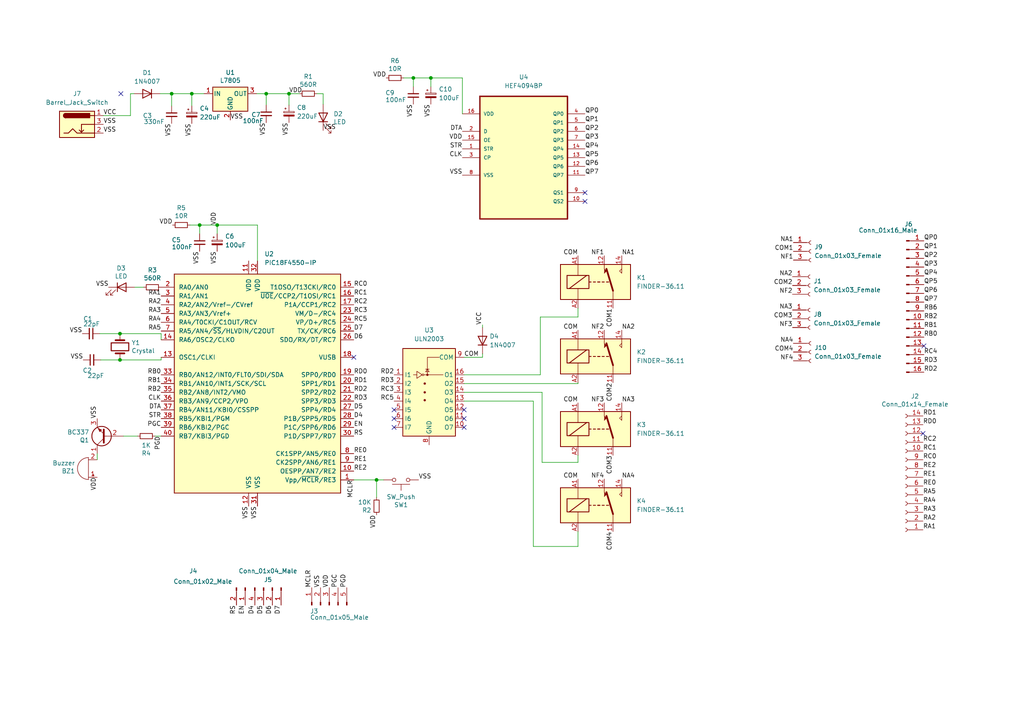
<source format=kicad_sch>
(kicad_sch (version 20211123) (generator eeschema)

  (uuid 5ca4be1c-537e-4a4a-b344-d0c8ffde8546)

  (paper "A4")

  (lib_symbols
    (symbol "Connector:Barrel_Jack_Switch" (pin_names hide) (in_bom yes) (on_board yes)
      (property "Reference" "J" (id 0) (at 0 5.334 0)
        (effects (font (size 1.27 1.27)))
      )
      (property "Value" "Barrel_Jack_Switch" (id 1) (at 0 -5.08 0)
        (effects (font (size 1.27 1.27)))
      )
      (property "Footprint" "" (id 2) (at 1.27 -1.016 0)
        (effects (font (size 1.27 1.27)) hide)
      )
      (property "Datasheet" "~" (id 3) (at 1.27 -1.016 0)
        (effects (font (size 1.27 1.27)) hide)
      )
      (property "ki_keywords" "DC power barrel jack connector" (id 4) (at 0 0 0)
        (effects (font (size 1.27 1.27)) hide)
      )
      (property "ki_description" "DC Barrel Jack with an internal switch" (id 5) (at 0 0 0)
        (effects (font (size 1.27 1.27)) hide)
      )
      (property "ki_fp_filters" "BarrelJack*" (id 6) (at 0 0 0)
        (effects (font (size 1.27 1.27)) hide)
      )
      (symbol "Barrel_Jack_Switch_0_1"
        (rectangle (start -5.08 3.81) (end 5.08 -3.81)
          (stroke (width 0.254) (type default) (color 0 0 0 0))
          (fill (type background))
        )
        (arc (start -3.302 3.175) (mid -3.937 2.54) (end -3.302 1.905)
          (stroke (width 0.254) (type default) (color 0 0 0 0))
          (fill (type none))
        )
        (arc (start -3.302 3.175) (mid -3.937 2.54) (end -3.302 1.905)
          (stroke (width 0.254) (type default) (color 0 0 0 0))
          (fill (type outline))
        )
        (polyline
          (pts
            (xy 1.27 -2.286)
            (xy 1.905 -1.651)
          )
          (stroke (width 0.254) (type default) (color 0 0 0 0))
          (fill (type none))
        )
        (polyline
          (pts
            (xy 5.08 2.54)
            (xy 3.81 2.54)
          )
          (stroke (width 0.254) (type default) (color 0 0 0 0))
          (fill (type none))
        )
        (polyline
          (pts
            (xy 5.08 0)
            (xy 1.27 0)
            (xy 1.27 -2.286)
            (xy 0.635 -1.651)
          )
          (stroke (width 0.254) (type default) (color 0 0 0 0))
          (fill (type none))
        )
        (polyline
          (pts
            (xy -3.81 -2.54)
            (xy -2.54 -2.54)
            (xy -1.27 -1.27)
            (xy 0 -2.54)
            (xy 2.54 -2.54)
            (xy 5.08 -2.54)
          )
          (stroke (width 0.254) (type default) (color 0 0 0 0))
          (fill (type none))
        )
        (rectangle (start 3.683 3.175) (end -3.302 1.905)
          (stroke (width 0.254) (type default) (color 0 0 0 0))
          (fill (type outline))
        )
      )
      (symbol "Barrel_Jack_Switch_1_1"
        (pin passive line (at 7.62 2.54 180) (length 2.54)
          (name "~" (effects (font (size 1.27 1.27))))
          (number "1" (effects (font (size 1.27 1.27))))
        )
        (pin passive line (at 7.62 -2.54 180) (length 2.54)
          (name "~" (effects (font (size 1.27 1.27))))
          (number "2" (effects (font (size 1.27 1.27))))
        )
        (pin passive line (at 7.62 0 180) (length 2.54)
          (name "~" (effects (font (size 1.27 1.27))))
          (number "3" (effects (font (size 1.27 1.27))))
        )
      )
    )
    (symbol "Connector:Conn_01x02_Male" (pin_names (offset 1.016) hide) (in_bom yes) (on_board yes)
      (property "Reference" "J" (id 0) (at 0 2.54 0)
        (effects (font (size 1.27 1.27)))
      )
      (property "Value" "Conn_01x02_Male" (id 1) (at 0 -5.08 0)
        (effects (font (size 1.27 1.27)))
      )
      (property "Footprint" "" (id 2) (at 0 0 0)
        (effects (font (size 1.27 1.27)) hide)
      )
      (property "Datasheet" "~" (id 3) (at 0 0 0)
        (effects (font (size 1.27 1.27)) hide)
      )
      (property "ki_keywords" "connector" (id 4) (at 0 0 0)
        (effects (font (size 1.27 1.27)) hide)
      )
      (property "ki_description" "Generic connector, single row, 01x02, script generated (kicad-library-utils/schlib/autogen/connector/)" (id 5) (at 0 0 0)
        (effects (font (size 1.27 1.27)) hide)
      )
      (property "ki_fp_filters" "Connector*:*_1x??_*" (id 6) (at 0 0 0)
        (effects (font (size 1.27 1.27)) hide)
      )
      (symbol "Conn_01x02_Male_1_1"
        (polyline
          (pts
            (xy 1.27 -2.54)
            (xy 0.8636 -2.54)
          )
          (stroke (width 0.1524) (type default) (color 0 0 0 0))
          (fill (type none))
        )
        (polyline
          (pts
            (xy 1.27 0)
            (xy 0.8636 0)
          )
          (stroke (width 0.1524) (type default) (color 0 0 0 0))
          (fill (type none))
        )
        (rectangle (start 0.8636 -2.413) (end 0 -2.667)
          (stroke (width 0.1524) (type default) (color 0 0 0 0))
          (fill (type outline))
        )
        (rectangle (start 0.8636 0.127) (end 0 -0.127)
          (stroke (width 0.1524) (type default) (color 0 0 0 0))
          (fill (type outline))
        )
        (pin passive line (at 5.08 0 180) (length 3.81)
          (name "Pin_1" (effects (font (size 1.27 1.27))))
          (number "1" (effects (font (size 1.27 1.27))))
        )
        (pin passive line (at 5.08 -2.54 180) (length 3.81)
          (name "Pin_2" (effects (font (size 1.27 1.27))))
          (number "2" (effects (font (size 1.27 1.27))))
        )
      )
    )
    (symbol "Connector:Conn_01x03_Female" (pin_names (offset 1.016) hide) (in_bom yes) (on_board yes)
      (property "Reference" "J" (id 0) (at 0 5.08 0)
        (effects (font (size 1.27 1.27)))
      )
      (property "Value" "Conn_01x03_Female" (id 1) (at 0 -5.08 0)
        (effects (font (size 1.27 1.27)))
      )
      (property "Footprint" "" (id 2) (at 0 0 0)
        (effects (font (size 1.27 1.27)) hide)
      )
      (property "Datasheet" "~" (id 3) (at 0 0 0)
        (effects (font (size 1.27 1.27)) hide)
      )
      (property "ki_keywords" "connector" (id 4) (at 0 0 0)
        (effects (font (size 1.27 1.27)) hide)
      )
      (property "ki_description" "Generic connector, single row, 01x03, script generated (kicad-library-utils/schlib/autogen/connector/)" (id 5) (at 0 0 0)
        (effects (font (size 1.27 1.27)) hide)
      )
      (property "ki_fp_filters" "Connector*:*_1x??_*" (id 6) (at 0 0 0)
        (effects (font (size 1.27 1.27)) hide)
      )
      (symbol "Conn_01x03_Female_1_1"
        (arc (start 0 -2.032) (mid -0.508 -2.54) (end 0 -3.048)
          (stroke (width 0.1524) (type default) (color 0 0 0 0))
          (fill (type none))
        )
        (polyline
          (pts
            (xy -1.27 -2.54)
            (xy -0.508 -2.54)
          )
          (stroke (width 0.1524) (type default) (color 0 0 0 0))
          (fill (type none))
        )
        (polyline
          (pts
            (xy -1.27 0)
            (xy -0.508 0)
          )
          (stroke (width 0.1524) (type default) (color 0 0 0 0))
          (fill (type none))
        )
        (polyline
          (pts
            (xy -1.27 2.54)
            (xy -0.508 2.54)
          )
          (stroke (width 0.1524) (type default) (color 0 0 0 0))
          (fill (type none))
        )
        (arc (start 0 0.508) (mid -0.508 0) (end 0 -0.508)
          (stroke (width 0.1524) (type default) (color 0 0 0 0))
          (fill (type none))
        )
        (arc (start 0 3.048) (mid -0.508 2.54) (end 0 2.032)
          (stroke (width 0.1524) (type default) (color 0 0 0 0))
          (fill (type none))
        )
        (pin passive line (at -5.08 2.54 0) (length 3.81)
          (name "Pin_1" (effects (font (size 1.27 1.27))))
          (number "1" (effects (font (size 1.27 1.27))))
        )
        (pin passive line (at -5.08 0 0) (length 3.81)
          (name "Pin_2" (effects (font (size 1.27 1.27))))
          (number "2" (effects (font (size 1.27 1.27))))
        )
        (pin passive line (at -5.08 -2.54 0) (length 3.81)
          (name "Pin_3" (effects (font (size 1.27 1.27))))
          (number "3" (effects (font (size 1.27 1.27))))
        )
      )
    )
    (symbol "Connector:Conn_01x04_Male" (pin_names (offset 1.016) hide) (in_bom yes) (on_board yes)
      (property "Reference" "J" (id 0) (at 0 5.08 0)
        (effects (font (size 1.27 1.27)))
      )
      (property "Value" "Conn_01x04_Male" (id 1) (at 0 -7.62 0)
        (effects (font (size 1.27 1.27)))
      )
      (property "Footprint" "" (id 2) (at 0 0 0)
        (effects (font (size 1.27 1.27)) hide)
      )
      (property "Datasheet" "~" (id 3) (at 0 0 0)
        (effects (font (size 1.27 1.27)) hide)
      )
      (property "ki_keywords" "connector" (id 4) (at 0 0 0)
        (effects (font (size 1.27 1.27)) hide)
      )
      (property "ki_description" "Generic connector, single row, 01x04, script generated (kicad-library-utils/schlib/autogen/connector/)" (id 5) (at 0 0 0)
        (effects (font (size 1.27 1.27)) hide)
      )
      (property "ki_fp_filters" "Connector*:*_1x??_*" (id 6) (at 0 0 0)
        (effects (font (size 1.27 1.27)) hide)
      )
      (symbol "Conn_01x04_Male_1_1"
        (polyline
          (pts
            (xy 1.27 -5.08)
            (xy 0.8636 -5.08)
          )
          (stroke (width 0.1524) (type default) (color 0 0 0 0))
          (fill (type none))
        )
        (polyline
          (pts
            (xy 1.27 -2.54)
            (xy 0.8636 -2.54)
          )
          (stroke (width 0.1524) (type default) (color 0 0 0 0))
          (fill (type none))
        )
        (polyline
          (pts
            (xy 1.27 0)
            (xy 0.8636 0)
          )
          (stroke (width 0.1524) (type default) (color 0 0 0 0))
          (fill (type none))
        )
        (polyline
          (pts
            (xy 1.27 2.54)
            (xy 0.8636 2.54)
          )
          (stroke (width 0.1524) (type default) (color 0 0 0 0))
          (fill (type none))
        )
        (rectangle (start 0.8636 -4.953) (end 0 -5.207)
          (stroke (width 0.1524) (type default) (color 0 0 0 0))
          (fill (type outline))
        )
        (rectangle (start 0.8636 -2.413) (end 0 -2.667)
          (stroke (width 0.1524) (type default) (color 0 0 0 0))
          (fill (type outline))
        )
        (rectangle (start 0.8636 0.127) (end 0 -0.127)
          (stroke (width 0.1524) (type default) (color 0 0 0 0))
          (fill (type outline))
        )
        (rectangle (start 0.8636 2.667) (end 0 2.413)
          (stroke (width 0.1524) (type default) (color 0 0 0 0))
          (fill (type outline))
        )
        (pin passive line (at 5.08 2.54 180) (length 3.81)
          (name "Pin_1" (effects (font (size 1.27 1.27))))
          (number "1" (effects (font (size 1.27 1.27))))
        )
        (pin passive line (at 5.08 0 180) (length 3.81)
          (name "Pin_2" (effects (font (size 1.27 1.27))))
          (number "2" (effects (font (size 1.27 1.27))))
        )
        (pin passive line (at 5.08 -2.54 180) (length 3.81)
          (name "Pin_3" (effects (font (size 1.27 1.27))))
          (number "3" (effects (font (size 1.27 1.27))))
        )
        (pin passive line (at 5.08 -5.08 180) (length 3.81)
          (name "Pin_4" (effects (font (size 1.27 1.27))))
          (number "4" (effects (font (size 1.27 1.27))))
        )
      )
    )
    (symbol "Connector:Conn_01x05_Male" (pin_names (offset 1.016) hide) (in_bom yes) (on_board yes)
      (property "Reference" "J" (id 0) (at 0 7.62 0)
        (effects (font (size 1.27 1.27)))
      )
      (property "Value" "Conn_01x05_Male" (id 1) (at 0 -7.62 0)
        (effects (font (size 1.27 1.27)))
      )
      (property "Footprint" "" (id 2) (at 0 0 0)
        (effects (font (size 1.27 1.27)) hide)
      )
      (property "Datasheet" "~" (id 3) (at 0 0 0)
        (effects (font (size 1.27 1.27)) hide)
      )
      (property "ki_keywords" "connector" (id 4) (at 0 0 0)
        (effects (font (size 1.27 1.27)) hide)
      )
      (property "ki_description" "Generic connector, single row, 01x05, script generated (kicad-library-utils/schlib/autogen/connector/)" (id 5) (at 0 0 0)
        (effects (font (size 1.27 1.27)) hide)
      )
      (property "ki_fp_filters" "Connector*:*_1x??_*" (id 6) (at 0 0 0)
        (effects (font (size 1.27 1.27)) hide)
      )
      (symbol "Conn_01x05_Male_1_1"
        (polyline
          (pts
            (xy 1.27 -5.08)
            (xy 0.8636 -5.08)
          )
          (stroke (width 0.1524) (type default) (color 0 0 0 0))
          (fill (type none))
        )
        (polyline
          (pts
            (xy 1.27 -2.54)
            (xy 0.8636 -2.54)
          )
          (stroke (width 0.1524) (type default) (color 0 0 0 0))
          (fill (type none))
        )
        (polyline
          (pts
            (xy 1.27 0)
            (xy 0.8636 0)
          )
          (stroke (width 0.1524) (type default) (color 0 0 0 0))
          (fill (type none))
        )
        (polyline
          (pts
            (xy 1.27 2.54)
            (xy 0.8636 2.54)
          )
          (stroke (width 0.1524) (type default) (color 0 0 0 0))
          (fill (type none))
        )
        (polyline
          (pts
            (xy 1.27 5.08)
            (xy 0.8636 5.08)
          )
          (stroke (width 0.1524) (type default) (color 0 0 0 0))
          (fill (type none))
        )
        (rectangle (start 0.8636 -4.953) (end 0 -5.207)
          (stroke (width 0.1524) (type default) (color 0 0 0 0))
          (fill (type outline))
        )
        (rectangle (start 0.8636 -2.413) (end 0 -2.667)
          (stroke (width 0.1524) (type default) (color 0 0 0 0))
          (fill (type outline))
        )
        (rectangle (start 0.8636 0.127) (end 0 -0.127)
          (stroke (width 0.1524) (type default) (color 0 0 0 0))
          (fill (type outline))
        )
        (rectangle (start 0.8636 2.667) (end 0 2.413)
          (stroke (width 0.1524) (type default) (color 0 0 0 0))
          (fill (type outline))
        )
        (rectangle (start 0.8636 5.207) (end 0 4.953)
          (stroke (width 0.1524) (type default) (color 0 0 0 0))
          (fill (type outline))
        )
        (pin passive line (at 5.08 5.08 180) (length 3.81)
          (name "Pin_1" (effects (font (size 1.27 1.27))))
          (number "1" (effects (font (size 1.27 1.27))))
        )
        (pin passive line (at 5.08 2.54 180) (length 3.81)
          (name "Pin_2" (effects (font (size 1.27 1.27))))
          (number "2" (effects (font (size 1.27 1.27))))
        )
        (pin passive line (at 5.08 0 180) (length 3.81)
          (name "Pin_3" (effects (font (size 1.27 1.27))))
          (number "3" (effects (font (size 1.27 1.27))))
        )
        (pin passive line (at 5.08 -2.54 180) (length 3.81)
          (name "Pin_4" (effects (font (size 1.27 1.27))))
          (number "4" (effects (font (size 1.27 1.27))))
        )
        (pin passive line (at 5.08 -5.08 180) (length 3.81)
          (name "Pin_5" (effects (font (size 1.27 1.27))))
          (number "5" (effects (font (size 1.27 1.27))))
        )
      )
    )
    (symbol "Connector:Conn_01x14_Female" (pin_names (offset 1.016) hide) (in_bom yes) (on_board yes)
      (property "Reference" "J" (id 0) (at 0 17.78 0)
        (effects (font (size 1.27 1.27)))
      )
      (property "Value" "Conn_01x14_Female" (id 1) (at 0 -20.32 0)
        (effects (font (size 1.27 1.27)))
      )
      (property "Footprint" "" (id 2) (at 0 0 0)
        (effects (font (size 1.27 1.27)) hide)
      )
      (property "Datasheet" "~" (id 3) (at 0 0 0)
        (effects (font (size 1.27 1.27)) hide)
      )
      (property "ki_keywords" "connector" (id 4) (at 0 0 0)
        (effects (font (size 1.27 1.27)) hide)
      )
      (property "ki_description" "Generic connector, single row, 01x14, script generated (kicad-library-utils/schlib/autogen/connector/)" (id 5) (at 0 0 0)
        (effects (font (size 1.27 1.27)) hide)
      )
      (property "ki_fp_filters" "Connector*:*_1x??_*" (id 6) (at 0 0 0)
        (effects (font (size 1.27 1.27)) hide)
      )
      (symbol "Conn_01x14_Female_1_1"
        (arc (start 0 -17.272) (mid -0.508 -17.78) (end 0 -18.288)
          (stroke (width 0.1524) (type default) (color 0 0 0 0))
          (fill (type none))
        )
        (arc (start 0 -14.732) (mid -0.508 -15.24) (end 0 -15.748)
          (stroke (width 0.1524) (type default) (color 0 0 0 0))
          (fill (type none))
        )
        (arc (start 0 -12.192) (mid -0.508 -12.7) (end 0 -13.208)
          (stroke (width 0.1524) (type default) (color 0 0 0 0))
          (fill (type none))
        )
        (arc (start 0 -9.652) (mid -0.508 -10.16) (end 0 -10.668)
          (stroke (width 0.1524) (type default) (color 0 0 0 0))
          (fill (type none))
        )
        (arc (start 0 -7.112) (mid -0.508 -7.62) (end 0 -8.128)
          (stroke (width 0.1524) (type default) (color 0 0 0 0))
          (fill (type none))
        )
        (arc (start 0 -4.572) (mid -0.508 -5.08) (end 0 -5.588)
          (stroke (width 0.1524) (type default) (color 0 0 0 0))
          (fill (type none))
        )
        (arc (start 0 -2.032) (mid -0.508 -2.54) (end 0 -3.048)
          (stroke (width 0.1524) (type default) (color 0 0 0 0))
          (fill (type none))
        )
        (polyline
          (pts
            (xy -1.27 -17.78)
            (xy -0.508 -17.78)
          )
          (stroke (width 0.1524) (type default) (color 0 0 0 0))
          (fill (type none))
        )
        (polyline
          (pts
            (xy -1.27 -15.24)
            (xy -0.508 -15.24)
          )
          (stroke (width 0.1524) (type default) (color 0 0 0 0))
          (fill (type none))
        )
        (polyline
          (pts
            (xy -1.27 -12.7)
            (xy -0.508 -12.7)
          )
          (stroke (width 0.1524) (type default) (color 0 0 0 0))
          (fill (type none))
        )
        (polyline
          (pts
            (xy -1.27 -10.16)
            (xy -0.508 -10.16)
          )
          (stroke (width 0.1524) (type default) (color 0 0 0 0))
          (fill (type none))
        )
        (polyline
          (pts
            (xy -1.27 -7.62)
            (xy -0.508 -7.62)
          )
          (stroke (width 0.1524) (type default) (color 0 0 0 0))
          (fill (type none))
        )
        (polyline
          (pts
            (xy -1.27 -5.08)
            (xy -0.508 -5.08)
          )
          (stroke (width 0.1524) (type default) (color 0 0 0 0))
          (fill (type none))
        )
        (polyline
          (pts
            (xy -1.27 -2.54)
            (xy -0.508 -2.54)
          )
          (stroke (width 0.1524) (type default) (color 0 0 0 0))
          (fill (type none))
        )
        (polyline
          (pts
            (xy -1.27 0)
            (xy -0.508 0)
          )
          (stroke (width 0.1524) (type default) (color 0 0 0 0))
          (fill (type none))
        )
        (polyline
          (pts
            (xy -1.27 2.54)
            (xy -0.508 2.54)
          )
          (stroke (width 0.1524) (type default) (color 0 0 0 0))
          (fill (type none))
        )
        (polyline
          (pts
            (xy -1.27 5.08)
            (xy -0.508 5.08)
          )
          (stroke (width 0.1524) (type default) (color 0 0 0 0))
          (fill (type none))
        )
        (polyline
          (pts
            (xy -1.27 7.62)
            (xy -0.508 7.62)
          )
          (stroke (width 0.1524) (type default) (color 0 0 0 0))
          (fill (type none))
        )
        (polyline
          (pts
            (xy -1.27 10.16)
            (xy -0.508 10.16)
          )
          (stroke (width 0.1524) (type default) (color 0 0 0 0))
          (fill (type none))
        )
        (polyline
          (pts
            (xy -1.27 12.7)
            (xy -0.508 12.7)
          )
          (stroke (width 0.1524) (type default) (color 0 0 0 0))
          (fill (type none))
        )
        (polyline
          (pts
            (xy -1.27 15.24)
            (xy -0.508 15.24)
          )
          (stroke (width 0.1524) (type default) (color 0 0 0 0))
          (fill (type none))
        )
        (arc (start 0 0.508) (mid -0.508 0) (end 0 -0.508)
          (stroke (width 0.1524) (type default) (color 0 0 0 0))
          (fill (type none))
        )
        (arc (start 0 3.048) (mid -0.508 2.54) (end 0 2.032)
          (stroke (width 0.1524) (type default) (color 0 0 0 0))
          (fill (type none))
        )
        (arc (start 0 5.588) (mid -0.508 5.08) (end 0 4.572)
          (stroke (width 0.1524) (type default) (color 0 0 0 0))
          (fill (type none))
        )
        (arc (start 0 8.128) (mid -0.508 7.62) (end 0 7.112)
          (stroke (width 0.1524) (type default) (color 0 0 0 0))
          (fill (type none))
        )
        (arc (start 0 10.668) (mid -0.508 10.16) (end 0 9.652)
          (stroke (width 0.1524) (type default) (color 0 0 0 0))
          (fill (type none))
        )
        (arc (start 0 13.208) (mid -0.508 12.7) (end 0 12.192)
          (stroke (width 0.1524) (type default) (color 0 0 0 0))
          (fill (type none))
        )
        (arc (start 0 15.748) (mid -0.508 15.24) (end 0 14.732)
          (stroke (width 0.1524) (type default) (color 0 0 0 0))
          (fill (type none))
        )
        (pin passive line (at -5.08 15.24 0) (length 3.81)
          (name "Pin_1" (effects (font (size 1.27 1.27))))
          (number "1" (effects (font (size 1.27 1.27))))
        )
        (pin passive line (at -5.08 -7.62 0) (length 3.81)
          (name "Pin_10" (effects (font (size 1.27 1.27))))
          (number "10" (effects (font (size 1.27 1.27))))
        )
        (pin passive line (at -5.08 -10.16 0) (length 3.81)
          (name "Pin_11" (effects (font (size 1.27 1.27))))
          (number "11" (effects (font (size 1.27 1.27))))
        )
        (pin passive line (at -5.08 -12.7 0) (length 3.81)
          (name "Pin_12" (effects (font (size 1.27 1.27))))
          (number "12" (effects (font (size 1.27 1.27))))
        )
        (pin passive line (at -5.08 -15.24 0) (length 3.81)
          (name "Pin_13" (effects (font (size 1.27 1.27))))
          (number "13" (effects (font (size 1.27 1.27))))
        )
        (pin passive line (at -5.08 -17.78 0) (length 3.81)
          (name "Pin_14" (effects (font (size 1.27 1.27))))
          (number "14" (effects (font (size 1.27 1.27))))
        )
        (pin passive line (at -5.08 12.7 0) (length 3.81)
          (name "Pin_2" (effects (font (size 1.27 1.27))))
          (number "2" (effects (font (size 1.27 1.27))))
        )
        (pin passive line (at -5.08 10.16 0) (length 3.81)
          (name "Pin_3" (effects (font (size 1.27 1.27))))
          (number "3" (effects (font (size 1.27 1.27))))
        )
        (pin passive line (at -5.08 7.62 0) (length 3.81)
          (name "Pin_4" (effects (font (size 1.27 1.27))))
          (number "4" (effects (font (size 1.27 1.27))))
        )
        (pin passive line (at -5.08 5.08 0) (length 3.81)
          (name "Pin_5" (effects (font (size 1.27 1.27))))
          (number "5" (effects (font (size 1.27 1.27))))
        )
        (pin passive line (at -5.08 2.54 0) (length 3.81)
          (name "Pin_6" (effects (font (size 1.27 1.27))))
          (number "6" (effects (font (size 1.27 1.27))))
        )
        (pin passive line (at -5.08 0 0) (length 3.81)
          (name "Pin_7" (effects (font (size 1.27 1.27))))
          (number "7" (effects (font (size 1.27 1.27))))
        )
        (pin passive line (at -5.08 -2.54 0) (length 3.81)
          (name "Pin_8" (effects (font (size 1.27 1.27))))
          (number "8" (effects (font (size 1.27 1.27))))
        )
        (pin passive line (at -5.08 -5.08 0) (length 3.81)
          (name "Pin_9" (effects (font (size 1.27 1.27))))
          (number "9" (effects (font (size 1.27 1.27))))
        )
      )
    )
    (symbol "Connector:Conn_01x16_Male" (pin_names (offset 1.016) hide) (in_bom yes) (on_board yes)
      (property "Reference" "J" (id 0) (at 0 20.32 0)
        (effects (font (size 1.27 1.27)))
      )
      (property "Value" "Conn_01x16_Male" (id 1) (at 0 -22.86 0)
        (effects (font (size 1.27 1.27)))
      )
      (property "Footprint" "" (id 2) (at 0 0 0)
        (effects (font (size 1.27 1.27)) hide)
      )
      (property "Datasheet" "~" (id 3) (at 0 0 0)
        (effects (font (size 1.27 1.27)) hide)
      )
      (property "ki_keywords" "connector" (id 4) (at 0 0 0)
        (effects (font (size 1.27 1.27)) hide)
      )
      (property "ki_description" "Generic connector, single row, 01x16, script generated (kicad-library-utils/schlib/autogen/connector/)" (id 5) (at 0 0 0)
        (effects (font (size 1.27 1.27)) hide)
      )
      (property "ki_fp_filters" "Connector*:*_1x??_*" (id 6) (at 0 0 0)
        (effects (font (size 1.27 1.27)) hide)
      )
      (symbol "Conn_01x16_Male_1_1"
        (polyline
          (pts
            (xy 1.27 -20.32)
            (xy 0.8636 -20.32)
          )
          (stroke (width 0.1524) (type default) (color 0 0 0 0))
          (fill (type none))
        )
        (polyline
          (pts
            (xy 1.27 -17.78)
            (xy 0.8636 -17.78)
          )
          (stroke (width 0.1524) (type default) (color 0 0 0 0))
          (fill (type none))
        )
        (polyline
          (pts
            (xy 1.27 -15.24)
            (xy 0.8636 -15.24)
          )
          (stroke (width 0.1524) (type default) (color 0 0 0 0))
          (fill (type none))
        )
        (polyline
          (pts
            (xy 1.27 -12.7)
            (xy 0.8636 -12.7)
          )
          (stroke (width 0.1524) (type default) (color 0 0 0 0))
          (fill (type none))
        )
        (polyline
          (pts
            (xy 1.27 -10.16)
            (xy 0.8636 -10.16)
          )
          (stroke (width 0.1524) (type default) (color 0 0 0 0))
          (fill (type none))
        )
        (polyline
          (pts
            (xy 1.27 -7.62)
            (xy 0.8636 -7.62)
          )
          (stroke (width 0.1524) (type default) (color 0 0 0 0))
          (fill (type none))
        )
        (polyline
          (pts
            (xy 1.27 -5.08)
            (xy 0.8636 -5.08)
          )
          (stroke (width 0.1524) (type default) (color 0 0 0 0))
          (fill (type none))
        )
        (polyline
          (pts
            (xy 1.27 -2.54)
            (xy 0.8636 -2.54)
          )
          (stroke (width 0.1524) (type default) (color 0 0 0 0))
          (fill (type none))
        )
        (polyline
          (pts
            (xy 1.27 0)
            (xy 0.8636 0)
          )
          (stroke (width 0.1524) (type default) (color 0 0 0 0))
          (fill (type none))
        )
        (polyline
          (pts
            (xy 1.27 2.54)
            (xy 0.8636 2.54)
          )
          (stroke (width 0.1524) (type default) (color 0 0 0 0))
          (fill (type none))
        )
        (polyline
          (pts
            (xy 1.27 5.08)
            (xy 0.8636 5.08)
          )
          (stroke (width 0.1524) (type default) (color 0 0 0 0))
          (fill (type none))
        )
        (polyline
          (pts
            (xy 1.27 7.62)
            (xy 0.8636 7.62)
          )
          (stroke (width 0.1524) (type default) (color 0 0 0 0))
          (fill (type none))
        )
        (polyline
          (pts
            (xy 1.27 10.16)
            (xy 0.8636 10.16)
          )
          (stroke (width 0.1524) (type default) (color 0 0 0 0))
          (fill (type none))
        )
        (polyline
          (pts
            (xy 1.27 12.7)
            (xy 0.8636 12.7)
          )
          (stroke (width 0.1524) (type default) (color 0 0 0 0))
          (fill (type none))
        )
        (polyline
          (pts
            (xy 1.27 15.24)
            (xy 0.8636 15.24)
          )
          (stroke (width 0.1524) (type default) (color 0 0 0 0))
          (fill (type none))
        )
        (polyline
          (pts
            (xy 1.27 17.78)
            (xy 0.8636 17.78)
          )
          (stroke (width 0.1524) (type default) (color 0 0 0 0))
          (fill (type none))
        )
        (rectangle (start 0.8636 -20.193) (end 0 -20.447)
          (stroke (width 0.1524) (type default) (color 0 0 0 0))
          (fill (type outline))
        )
        (rectangle (start 0.8636 -17.653) (end 0 -17.907)
          (stroke (width 0.1524) (type default) (color 0 0 0 0))
          (fill (type outline))
        )
        (rectangle (start 0.8636 -15.113) (end 0 -15.367)
          (stroke (width 0.1524) (type default) (color 0 0 0 0))
          (fill (type outline))
        )
        (rectangle (start 0.8636 -12.573) (end 0 -12.827)
          (stroke (width 0.1524) (type default) (color 0 0 0 0))
          (fill (type outline))
        )
        (rectangle (start 0.8636 -10.033) (end 0 -10.287)
          (stroke (width 0.1524) (type default) (color 0 0 0 0))
          (fill (type outline))
        )
        (rectangle (start 0.8636 -7.493) (end 0 -7.747)
          (stroke (width 0.1524) (type default) (color 0 0 0 0))
          (fill (type outline))
        )
        (rectangle (start 0.8636 -4.953) (end 0 -5.207)
          (stroke (width 0.1524) (type default) (color 0 0 0 0))
          (fill (type outline))
        )
        (rectangle (start 0.8636 -2.413) (end 0 -2.667)
          (stroke (width 0.1524) (type default) (color 0 0 0 0))
          (fill (type outline))
        )
        (rectangle (start 0.8636 0.127) (end 0 -0.127)
          (stroke (width 0.1524) (type default) (color 0 0 0 0))
          (fill (type outline))
        )
        (rectangle (start 0.8636 2.667) (end 0 2.413)
          (stroke (width 0.1524) (type default) (color 0 0 0 0))
          (fill (type outline))
        )
        (rectangle (start 0.8636 5.207) (end 0 4.953)
          (stroke (width 0.1524) (type default) (color 0 0 0 0))
          (fill (type outline))
        )
        (rectangle (start 0.8636 7.747) (end 0 7.493)
          (stroke (width 0.1524) (type default) (color 0 0 0 0))
          (fill (type outline))
        )
        (rectangle (start 0.8636 10.287) (end 0 10.033)
          (stroke (width 0.1524) (type default) (color 0 0 0 0))
          (fill (type outline))
        )
        (rectangle (start 0.8636 12.827) (end 0 12.573)
          (stroke (width 0.1524) (type default) (color 0 0 0 0))
          (fill (type outline))
        )
        (rectangle (start 0.8636 15.367) (end 0 15.113)
          (stroke (width 0.1524) (type default) (color 0 0 0 0))
          (fill (type outline))
        )
        (rectangle (start 0.8636 17.907) (end 0 17.653)
          (stroke (width 0.1524) (type default) (color 0 0 0 0))
          (fill (type outline))
        )
        (pin passive line (at 5.08 17.78 180) (length 3.81)
          (name "Pin_1" (effects (font (size 1.27 1.27))))
          (number "1" (effects (font (size 1.27 1.27))))
        )
        (pin passive line (at 5.08 -5.08 180) (length 3.81)
          (name "Pin_10" (effects (font (size 1.27 1.27))))
          (number "10" (effects (font (size 1.27 1.27))))
        )
        (pin passive line (at 5.08 -7.62 180) (length 3.81)
          (name "Pin_11" (effects (font (size 1.27 1.27))))
          (number "11" (effects (font (size 1.27 1.27))))
        )
        (pin passive line (at 5.08 -10.16 180) (length 3.81)
          (name "Pin_12" (effects (font (size 1.27 1.27))))
          (number "12" (effects (font (size 1.27 1.27))))
        )
        (pin passive line (at 5.08 -12.7 180) (length 3.81)
          (name "Pin_13" (effects (font (size 1.27 1.27))))
          (number "13" (effects (font (size 1.27 1.27))))
        )
        (pin passive line (at 5.08 -15.24 180) (length 3.81)
          (name "Pin_14" (effects (font (size 1.27 1.27))))
          (number "14" (effects (font (size 1.27 1.27))))
        )
        (pin passive line (at 5.08 -17.78 180) (length 3.81)
          (name "Pin_15" (effects (font (size 1.27 1.27))))
          (number "15" (effects (font (size 1.27 1.27))))
        )
        (pin passive line (at 5.08 -20.32 180) (length 3.81)
          (name "Pin_16" (effects (font (size 1.27 1.27))))
          (number "16" (effects (font (size 1.27 1.27))))
        )
        (pin passive line (at 5.08 15.24 180) (length 3.81)
          (name "Pin_2" (effects (font (size 1.27 1.27))))
          (number "2" (effects (font (size 1.27 1.27))))
        )
        (pin passive line (at 5.08 12.7 180) (length 3.81)
          (name "Pin_3" (effects (font (size 1.27 1.27))))
          (number "3" (effects (font (size 1.27 1.27))))
        )
        (pin passive line (at 5.08 10.16 180) (length 3.81)
          (name "Pin_4" (effects (font (size 1.27 1.27))))
          (number "4" (effects (font (size 1.27 1.27))))
        )
        (pin passive line (at 5.08 7.62 180) (length 3.81)
          (name "Pin_5" (effects (font (size 1.27 1.27))))
          (number "5" (effects (font (size 1.27 1.27))))
        )
        (pin passive line (at 5.08 5.08 180) (length 3.81)
          (name "Pin_6" (effects (font (size 1.27 1.27))))
          (number "6" (effects (font (size 1.27 1.27))))
        )
        (pin passive line (at 5.08 2.54 180) (length 3.81)
          (name "Pin_7" (effects (font (size 1.27 1.27))))
          (number "7" (effects (font (size 1.27 1.27))))
        )
        (pin passive line (at 5.08 0 180) (length 3.81)
          (name "Pin_8" (effects (font (size 1.27 1.27))))
          (number "8" (effects (font (size 1.27 1.27))))
        )
        (pin passive line (at 5.08 -2.54 180) (length 3.81)
          (name "Pin_9" (effects (font (size 1.27 1.27))))
          (number "9" (effects (font (size 1.27 1.27))))
        )
      )
    )
    (symbol "Device:Buzzer" (pin_names (offset 0.0254) hide) (in_bom yes) (on_board yes)
      (property "Reference" "BZ" (id 0) (at 3.81 1.27 0)
        (effects (font (size 1.27 1.27)) (justify left))
      )
      (property "Value" "Buzzer" (id 1) (at 3.81 -1.27 0)
        (effects (font (size 1.27 1.27)) (justify left))
      )
      (property "Footprint" "" (id 2) (at -0.635 2.54 90)
        (effects (font (size 1.27 1.27)) hide)
      )
      (property "Datasheet" "~" (id 3) (at -0.635 2.54 90)
        (effects (font (size 1.27 1.27)) hide)
      )
      (property "ki_keywords" "quartz resonator ceramic" (id 4) (at 0 0 0)
        (effects (font (size 1.27 1.27)) hide)
      )
      (property "ki_description" "Buzzer, polarized" (id 5) (at 0 0 0)
        (effects (font (size 1.27 1.27)) hide)
      )
      (property "ki_fp_filters" "*Buzzer*" (id 6) (at 0 0 0)
        (effects (font (size 1.27 1.27)) hide)
      )
      (symbol "Buzzer_0_1"
        (arc (start 0 -3.175) (mid 3.175 0) (end 0 3.175)
          (stroke (width 0) (type default) (color 0 0 0 0))
          (fill (type none))
        )
        (polyline
          (pts
            (xy -1.651 1.905)
            (xy -1.143 1.905)
          )
          (stroke (width 0) (type default) (color 0 0 0 0))
          (fill (type none))
        )
        (polyline
          (pts
            (xy -1.397 2.159)
            (xy -1.397 1.651)
          )
          (stroke (width 0) (type default) (color 0 0 0 0))
          (fill (type none))
        )
        (polyline
          (pts
            (xy 0 3.175)
            (xy 0 -3.175)
          )
          (stroke (width 0) (type default) (color 0 0 0 0))
          (fill (type none))
        )
      )
      (symbol "Buzzer_1_1"
        (pin passive line (at -2.54 2.54 0) (length 2.54)
          (name "-" (effects (font (size 1.27 1.27))))
          (number "1" (effects (font (size 1.27 1.27))))
        )
        (pin passive line (at -2.54 -2.54 0) (length 2.54)
          (name "+" (effects (font (size 1.27 1.27))))
          (number "2" (effects (font (size 1.27 1.27))))
        )
      )
    )
    (symbol "Device:C_Polarized_Small" (pin_numbers hide) (pin_names (offset 0.254) hide) (in_bom yes) (on_board yes)
      (property "Reference" "C" (id 0) (at 0.254 1.778 0)
        (effects (font (size 1.27 1.27)) (justify left))
      )
      (property "Value" "C_Polarized_Small" (id 1) (at 0.254 -2.032 0)
        (effects (font (size 1.27 1.27)) (justify left))
      )
      (property "Footprint" "" (id 2) (at 0 0 0)
        (effects (font (size 1.27 1.27)) hide)
      )
      (property "Datasheet" "~" (id 3) (at 0 0 0)
        (effects (font (size 1.27 1.27)) hide)
      )
      (property "ki_keywords" "cap capacitor" (id 4) (at 0 0 0)
        (effects (font (size 1.27 1.27)) hide)
      )
      (property "ki_description" "Polarized capacitor, small symbol" (id 5) (at 0 0 0)
        (effects (font (size 1.27 1.27)) hide)
      )
      (property "ki_fp_filters" "CP_*" (id 6) (at 0 0 0)
        (effects (font (size 1.27 1.27)) hide)
      )
      (symbol "C_Polarized_Small_0_1"
        (rectangle (start -1.524 -0.3048) (end 1.524 -0.6858)
          (stroke (width 0) (type default) (color 0 0 0 0))
          (fill (type outline))
        )
        (rectangle (start -1.524 0.6858) (end 1.524 0.3048)
          (stroke (width 0) (type default) (color 0 0 0 0))
          (fill (type none))
        )
        (polyline
          (pts
            (xy -1.27 1.524)
            (xy -0.762 1.524)
          )
          (stroke (width 0) (type default) (color 0 0 0 0))
          (fill (type none))
        )
        (polyline
          (pts
            (xy -1.016 1.27)
            (xy -1.016 1.778)
          )
          (stroke (width 0) (type default) (color 0 0 0 0))
          (fill (type none))
        )
      )
      (symbol "C_Polarized_Small_1_1"
        (pin passive line (at 0 2.54 270) (length 1.8542)
          (name "~" (effects (font (size 1.27 1.27))))
          (number "1" (effects (font (size 1.27 1.27))))
        )
        (pin passive line (at 0 -2.54 90) (length 1.8542)
          (name "~" (effects (font (size 1.27 1.27))))
          (number "2" (effects (font (size 1.27 1.27))))
        )
      )
    )
    (symbol "Device:C_Small" (pin_numbers hide) (pin_names (offset 0.254) hide) (in_bom yes) (on_board yes)
      (property "Reference" "C" (id 0) (at 0.254 1.778 0)
        (effects (font (size 1.27 1.27)) (justify left))
      )
      (property "Value" "C_Small" (id 1) (at 0.254 -2.032 0)
        (effects (font (size 1.27 1.27)) (justify left))
      )
      (property "Footprint" "" (id 2) (at 0 0 0)
        (effects (font (size 1.27 1.27)) hide)
      )
      (property "Datasheet" "~" (id 3) (at 0 0 0)
        (effects (font (size 1.27 1.27)) hide)
      )
      (property "ki_keywords" "capacitor cap" (id 4) (at 0 0 0)
        (effects (font (size 1.27 1.27)) hide)
      )
      (property "ki_description" "Unpolarized capacitor, small symbol" (id 5) (at 0 0 0)
        (effects (font (size 1.27 1.27)) hide)
      )
      (property "ki_fp_filters" "C_*" (id 6) (at 0 0 0)
        (effects (font (size 1.27 1.27)) hide)
      )
      (symbol "C_Small_0_1"
        (polyline
          (pts
            (xy -1.524 -0.508)
            (xy 1.524 -0.508)
          )
          (stroke (width 0.3302) (type default) (color 0 0 0 0))
          (fill (type none))
        )
        (polyline
          (pts
            (xy -1.524 0.508)
            (xy 1.524 0.508)
          )
          (stroke (width 0.3048) (type default) (color 0 0 0 0))
          (fill (type none))
        )
      )
      (symbol "C_Small_1_1"
        (pin passive line (at 0 2.54 270) (length 2.032)
          (name "~" (effects (font (size 1.27 1.27))))
          (number "1" (effects (font (size 1.27 1.27))))
        )
        (pin passive line (at 0 -2.54 90) (length 2.032)
          (name "~" (effects (font (size 1.27 1.27))))
          (number "2" (effects (font (size 1.27 1.27))))
        )
      )
    )
    (symbol "Device:Crystal" (pin_numbers hide) (pin_names (offset 1.016) hide) (in_bom yes) (on_board yes)
      (property "Reference" "Y" (id 0) (at 0 3.81 0)
        (effects (font (size 1.27 1.27)))
      )
      (property "Value" "Crystal" (id 1) (at 0 -3.81 0)
        (effects (font (size 1.27 1.27)))
      )
      (property "Footprint" "" (id 2) (at 0 0 0)
        (effects (font (size 1.27 1.27)) hide)
      )
      (property "Datasheet" "~" (id 3) (at 0 0 0)
        (effects (font (size 1.27 1.27)) hide)
      )
      (property "ki_keywords" "quartz ceramic resonator oscillator" (id 4) (at 0 0 0)
        (effects (font (size 1.27 1.27)) hide)
      )
      (property "ki_description" "Two pin crystal" (id 5) (at 0 0 0)
        (effects (font (size 1.27 1.27)) hide)
      )
      (property "ki_fp_filters" "Crystal*" (id 6) (at 0 0 0)
        (effects (font (size 1.27 1.27)) hide)
      )
      (symbol "Crystal_0_1"
        (rectangle (start -1.143 2.54) (end 1.143 -2.54)
          (stroke (width 0.3048) (type default) (color 0 0 0 0))
          (fill (type none))
        )
        (polyline
          (pts
            (xy -2.54 0)
            (xy -1.905 0)
          )
          (stroke (width 0) (type default) (color 0 0 0 0))
          (fill (type none))
        )
        (polyline
          (pts
            (xy -1.905 -1.27)
            (xy -1.905 1.27)
          )
          (stroke (width 0.508) (type default) (color 0 0 0 0))
          (fill (type none))
        )
        (polyline
          (pts
            (xy 1.905 -1.27)
            (xy 1.905 1.27)
          )
          (stroke (width 0.508) (type default) (color 0 0 0 0))
          (fill (type none))
        )
        (polyline
          (pts
            (xy 2.54 0)
            (xy 1.905 0)
          )
          (stroke (width 0) (type default) (color 0 0 0 0))
          (fill (type none))
        )
      )
      (symbol "Crystal_1_1"
        (pin passive line (at -3.81 0 0) (length 1.27)
          (name "1" (effects (font (size 1.27 1.27))))
          (number "1" (effects (font (size 1.27 1.27))))
        )
        (pin passive line (at 3.81 0 180) (length 1.27)
          (name "2" (effects (font (size 1.27 1.27))))
          (number "2" (effects (font (size 1.27 1.27))))
        )
      )
    )
    (symbol "Device:LED" (pin_numbers hide) (pin_names (offset 1.016) hide) (in_bom yes) (on_board yes)
      (property "Reference" "D" (id 0) (at 0 2.54 0)
        (effects (font (size 1.27 1.27)))
      )
      (property "Value" "LED" (id 1) (at 0 -2.54 0)
        (effects (font (size 1.27 1.27)))
      )
      (property "Footprint" "" (id 2) (at 0 0 0)
        (effects (font (size 1.27 1.27)) hide)
      )
      (property "Datasheet" "~" (id 3) (at 0 0 0)
        (effects (font (size 1.27 1.27)) hide)
      )
      (property "ki_keywords" "LED diode" (id 4) (at 0 0 0)
        (effects (font (size 1.27 1.27)) hide)
      )
      (property "ki_description" "Light emitting diode" (id 5) (at 0 0 0)
        (effects (font (size 1.27 1.27)) hide)
      )
      (property "ki_fp_filters" "LED* LED_SMD:* LED_THT:*" (id 6) (at 0 0 0)
        (effects (font (size 1.27 1.27)) hide)
      )
      (symbol "LED_0_1"
        (polyline
          (pts
            (xy -1.27 -1.27)
            (xy -1.27 1.27)
          )
          (stroke (width 0.254) (type default) (color 0 0 0 0))
          (fill (type none))
        )
        (polyline
          (pts
            (xy -1.27 0)
            (xy 1.27 0)
          )
          (stroke (width 0) (type default) (color 0 0 0 0))
          (fill (type none))
        )
        (polyline
          (pts
            (xy 1.27 -1.27)
            (xy 1.27 1.27)
            (xy -1.27 0)
            (xy 1.27 -1.27)
          )
          (stroke (width 0.254) (type default) (color 0 0 0 0))
          (fill (type none))
        )
        (polyline
          (pts
            (xy -3.048 -0.762)
            (xy -4.572 -2.286)
            (xy -3.81 -2.286)
            (xy -4.572 -2.286)
            (xy -4.572 -1.524)
          )
          (stroke (width 0) (type default) (color 0 0 0 0))
          (fill (type none))
        )
        (polyline
          (pts
            (xy -1.778 -0.762)
            (xy -3.302 -2.286)
            (xy -2.54 -2.286)
            (xy -3.302 -2.286)
            (xy -3.302 -1.524)
          )
          (stroke (width 0) (type default) (color 0 0 0 0))
          (fill (type none))
        )
      )
      (symbol "LED_1_1"
        (pin passive line (at -3.81 0 0) (length 2.54)
          (name "K" (effects (font (size 1.27 1.27))))
          (number "1" (effects (font (size 1.27 1.27))))
        )
        (pin passive line (at 3.81 0 180) (length 2.54)
          (name "A" (effects (font (size 1.27 1.27))))
          (number "2" (effects (font (size 1.27 1.27))))
        )
      )
    )
    (symbol "Device:R_Small" (pin_numbers hide) (pin_names (offset 0.254) hide) (in_bom yes) (on_board yes)
      (property "Reference" "R" (id 0) (at 0.762 0.508 0)
        (effects (font (size 1.27 1.27)) (justify left))
      )
      (property "Value" "R_Small" (id 1) (at 0.762 -1.016 0)
        (effects (font (size 1.27 1.27)) (justify left))
      )
      (property "Footprint" "" (id 2) (at 0 0 0)
        (effects (font (size 1.27 1.27)) hide)
      )
      (property "Datasheet" "~" (id 3) (at 0 0 0)
        (effects (font (size 1.27 1.27)) hide)
      )
      (property "ki_keywords" "R resistor" (id 4) (at 0 0 0)
        (effects (font (size 1.27 1.27)) hide)
      )
      (property "ki_description" "Resistor, small symbol" (id 5) (at 0 0 0)
        (effects (font (size 1.27 1.27)) hide)
      )
      (property "ki_fp_filters" "R_*" (id 6) (at 0 0 0)
        (effects (font (size 1.27 1.27)) hide)
      )
      (symbol "R_Small_0_1"
        (rectangle (start -0.762 1.778) (end 0.762 -1.778)
          (stroke (width 0.2032) (type default) (color 0 0 0 0))
          (fill (type none))
        )
      )
      (symbol "R_Small_1_1"
        (pin passive line (at 0 2.54 270) (length 0.762)
          (name "~" (effects (font (size 1.27 1.27))))
          (number "1" (effects (font (size 1.27 1.27))))
        )
        (pin passive line (at 0 -2.54 90) (length 0.762)
          (name "~" (effects (font (size 1.27 1.27))))
          (number "2" (effects (font (size 1.27 1.27))))
        )
      )
    )
    (symbol "Diode:1N4007" (pin_numbers hide) (pin_names (offset 1.016) hide) (in_bom yes) (on_board yes)
      (property "Reference" "D" (id 0) (at 0 2.54 0)
        (effects (font (size 1.27 1.27)))
      )
      (property "Value" "1N4007" (id 1) (at 0 -2.54 0)
        (effects (font (size 1.27 1.27)))
      )
      (property "Footprint" "Diode_THT:D_DO-41_SOD81_P10.16mm_Horizontal" (id 2) (at 0 -4.445 0)
        (effects (font (size 1.27 1.27)) hide)
      )
      (property "Datasheet" "http://www.vishay.com/docs/88503/1n4001.pdf" (id 3) (at 0 0 0)
        (effects (font (size 1.27 1.27)) hide)
      )
      (property "ki_keywords" "diode" (id 4) (at 0 0 0)
        (effects (font (size 1.27 1.27)) hide)
      )
      (property "ki_description" "1000V 1A General Purpose Rectifier Diode, DO-41" (id 5) (at 0 0 0)
        (effects (font (size 1.27 1.27)) hide)
      )
      (property "ki_fp_filters" "D*DO?41*" (id 6) (at 0 0 0)
        (effects (font (size 1.27 1.27)) hide)
      )
      (symbol "1N4007_0_1"
        (polyline
          (pts
            (xy -1.27 1.27)
            (xy -1.27 -1.27)
          )
          (stroke (width 0.254) (type default) (color 0 0 0 0))
          (fill (type none))
        )
        (polyline
          (pts
            (xy 1.27 0)
            (xy -1.27 0)
          )
          (stroke (width 0) (type default) (color 0 0 0 0))
          (fill (type none))
        )
        (polyline
          (pts
            (xy 1.27 1.27)
            (xy 1.27 -1.27)
            (xy -1.27 0)
            (xy 1.27 1.27)
          )
          (stroke (width 0.254) (type default) (color 0 0 0 0))
          (fill (type none))
        )
      )
      (symbol "1N4007_1_1"
        (pin passive line (at -3.81 0 0) (length 2.54)
          (name "K" (effects (font (size 1.27 1.27))))
          (number "1" (effects (font (size 1.27 1.27))))
        )
        (pin passive line (at 3.81 0 180) (length 2.54)
          (name "A" (effects (font (size 1.27 1.27))))
          (number "2" (effects (font (size 1.27 1.27))))
        )
      )
    )
    (symbol "MCU_Microchip_PIC18:PIC18F4550-IP" (pin_names (offset 1.27)) (in_bom yes) (on_board yes)
      (property "Reference" "U" (id 0) (at -22.86 33.02 0)
        (effects (font (size 1.27 1.27)))
      )
      (property "Value" "PIC18F4550-IP" (id 1) (at 13.97 -33.02 0)
        (effects (font (size 1.27 1.27)))
      )
      (property "Footprint" "Package_DIP:DIP-40_W15.24mm" (id 2) (at 0 5.08 0)
        (effects (font (size 1.27 1.27) italic) hide)
      )
      (property "Datasheet" "http://ww1.microchip.com/downloads/en/DeviceDoc/39760d.pdf" (id 3) (at 0 -6.35 0)
        (effects (font (size 1.27 1.27)) hide)
      )
      (property "ki_keywords" "Flash-Based 8-Bit Microcontroller XLP" (id 4) (at 0 0 0)
        (effects (font (size 1.27 1.27)) hide)
      )
      (property "ki_description" "32K Flash, 2K SRAM, 256 EEPROM, USB, nanoWatt XLP, DIP40" (id 5) (at 0 0 0)
        (effects (font (size 1.27 1.27)) hide)
      )
      (property "ki_fp_filters" "DIP*W15.24mm* PDIP*W15.24mm*" (id 6) (at 0 0 0)
        (effects (font (size 1.27 1.27)) hide)
      )
      (symbol "PIC18F4550-IP_0_1"
        (rectangle (start -24.13 31.75) (end 24.13 -31.75)
          (stroke (width 0.254) (type default) (color 0 0 0 0))
          (fill (type background))
        )
      )
      (symbol "PIC18F4550-IP_1_1"
        (pin input line (at 27.94 -27.94 180) (length 3.81)
          (name "Vpp/~{MCLR}/RE3" (effects (font (size 1.27 1.27))))
          (number "1" (effects (font (size 1.27 1.27))))
        )
        (pin bidirectional line (at 27.94 -25.4 180) (length 3.81)
          (name "OESPP/AN7/RE2" (effects (font (size 1.27 1.27))))
          (number "10" (effects (font (size 1.27 1.27))))
        )
        (pin power_in line (at -2.54 35.56 270) (length 3.81)
          (name "VDD" (effects (font (size 1.27 1.27))))
          (number "11" (effects (font (size 1.27 1.27))))
        )
        (pin power_in line (at -2.54 -35.56 90) (length 3.81)
          (name "VSS" (effects (font (size 1.27 1.27))))
          (number "12" (effects (font (size 1.27 1.27))))
        )
        (pin input line (at -27.94 7.62 0) (length 3.81)
          (name "OSC1/CLKI" (effects (font (size 1.27 1.27))))
          (number "13" (effects (font (size 1.27 1.27))))
        )
        (pin output line (at -27.94 12.7 0) (length 3.81)
          (name "RA6/OSC2/CLKO" (effects (font (size 1.27 1.27))))
          (number "14" (effects (font (size 1.27 1.27))))
        )
        (pin bidirectional line (at 27.94 27.94 180) (length 3.81)
          (name "T1OSO/T13CKI/RC0" (effects (font (size 1.27 1.27))))
          (number "15" (effects (font (size 1.27 1.27))))
        )
        (pin bidirectional line (at 27.94 25.4 180) (length 3.81)
          (name "~{UOE}/CCP2/T1OSI/RC1" (effects (font (size 1.27 1.27))))
          (number "16" (effects (font (size 1.27 1.27))))
        )
        (pin bidirectional line (at 27.94 22.86 180) (length 3.81)
          (name "P1A/CCP1/RC2" (effects (font (size 1.27 1.27))))
          (number "17" (effects (font (size 1.27 1.27))))
        )
        (pin bidirectional line (at 27.94 7.62 180) (length 3.81)
          (name "VUSB" (effects (font (size 1.27 1.27))))
          (number "18" (effects (font (size 1.27 1.27))))
        )
        (pin bidirectional line (at 27.94 2.54 180) (length 3.81)
          (name "SPP0/RD0" (effects (font (size 1.27 1.27))))
          (number "19" (effects (font (size 1.27 1.27))))
        )
        (pin bidirectional line (at -27.94 27.94 0) (length 3.81)
          (name "RA0/AN0" (effects (font (size 1.27 1.27))))
          (number "2" (effects (font (size 1.27 1.27))))
        )
        (pin bidirectional line (at 27.94 0 180) (length 3.81)
          (name "SPP1/RD1" (effects (font (size 1.27 1.27))))
          (number "20" (effects (font (size 1.27 1.27))))
        )
        (pin bidirectional line (at 27.94 -2.54 180) (length 3.81)
          (name "SPP2/RD2" (effects (font (size 1.27 1.27))))
          (number "21" (effects (font (size 1.27 1.27))))
        )
        (pin bidirectional line (at 27.94 -5.08 180) (length 3.81)
          (name "SPP3/RD3" (effects (font (size 1.27 1.27))))
          (number "22" (effects (font (size 1.27 1.27))))
        )
        (pin bidirectional line (at 27.94 20.32 180) (length 3.81)
          (name "VM/D-/RC4" (effects (font (size 1.27 1.27))))
          (number "23" (effects (font (size 1.27 1.27))))
        )
        (pin bidirectional line (at 27.94 17.78 180) (length 3.81)
          (name "VP/D+/RC5" (effects (font (size 1.27 1.27))))
          (number "24" (effects (font (size 1.27 1.27))))
        )
        (pin bidirectional line (at 27.94 15.24 180) (length 3.81)
          (name "TX/CK/RC6" (effects (font (size 1.27 1.27))))
          (number "25" (effects (font (size 1.27 1.27))))
        )
        (pin bidirectional line (at 27.94 12.7 180) (length 3.81)
          (name "SDO/RX/DT/RC7" (effects (font (size 1.27 1.27))))
          (number "26" (effects (font (size 1.27 1.27))))
        )
        (pin bidirectional line (at 27.94 -7.62 180) (length 3.81)
          (name "SPP4/RD4" (effects (font (size 1.27 1.27))))
          (number "27" (effects (font (size 1.27 1.27))))
        )
        (pin bidirectional line (at 27.94 -10.16 180) (length 3.81)
          (name "P1B/SPP5/RD5" (effects (font (size 1.27 1.27))))
          (number "28" (effects (font (size 1.27 1.27))))
        )
        (pin bidirectional line (at 27.94 -12.7 180) (length 3.81)
          (name "P1C/SPP6/RD6" (effects (font (size 1.27 1.27))))
          (number "29" (effects (font (size 1.27 1.27))))
        )
        (pin bidirectional line (at -27.94 25.4 0) (length 3.81)
          (name "RA1/AN1" (effects (font (size 1.27 1.27))))
          (number "3" (effects (font (size 1.27 1.27))))
        )
        (pin bidirectional line (at 27.94 -15.24 180) (length 3.81)
          (name "P1D/SPP7/RD7" (effects (font (size 1.27 1.27))))
          (number "30" (effects (font (size 1.27 1.27))))
        )
        (pin power_in line (at 0 -35.56 90) (length 3.81)
          (name "VSS" (effects (font (size 1.27 1.27))))
          (number "31" (effects (font (size 1.27 1.27))))
        )
        (pin power_in line (at 0 35.56 270) (length 3.81)
          (name "VDD" (effects (font (size 1.27 1.27))))
          (number "32" (effects (font (size 1.27 1.27))))
        )
        (pin bidirectional line (at -27.94 2.54 0) (length 3.81)
          (name "RB0/AN12/INT0/FLT0/SDI/SDA" (effects (font (size 1.27 1.27))))
          (number "33" (effects (font (size 1.27 1.27))))
        )
        (pin bidirectional line (at -27.94 0 0) (length 3.81)
          (name "RB1/AN10/INT1/SCK/SCL" (effects (font (size 1.27 1.27))))
          (number "34" (effects (font (size 1.27 1.27))))
        )
        (pin bidirectional line (at -27.94 -2.54 0) (length 3.81)
          (name "RB2/AN8/INT2/VMO" (effects (font (size 1.27 1.27))))
          (number "35" (effects (font (size 1.27 1.27))))
        )
        (pin bidirectional line (at -27.94 -5.08 0) (length 3.81)
          (name "RB3/AN9/CCP2/VPO" (effects (font (size 1.27 1.27))))
          (number "36" (effects (font (size 1.27 1.27))))
        )
        (pin bidirectional line (at -27.94 -7.62 0) (length 3.81)
          (name "RB4/AN11/KBI0/CSSPP" (effects (font (size 1.27 1.27))))
          (number "37" (effects (font (size 1.27 1.27))))
        )
        (pin bidirectional line (at -27.94 -10.16 0) (length 3.81)
          (name "RB5/KBI1/PGM" (effects (font (size 1.27 1.27))))
          (number "38" (effects (font (size 1.27 1.27))))
        )
        (pin bidirectional line (at -27.94 -12.7 0) (length 3.81)
          (name "RB6/KBI2/PGC" (effects (font (size 1.27 1.27))))
          (number "39" (effects (font (size 1.27 1.27))))
        )
        (pin bidirectional line (at -27.94 22.86 0) (length 3.81)
          (name "RA2/AN2/Vref-/CVref" (effects (font (size 1.27 1.27))))
          (number "4" (effects (font (size 1.27 1.27))))
        )
        (pin bidirectional line (at -27.94 -15.24 0) (length 3.81)
          (name "RB7/KBI3/PGD" (effects (font (size 1.27 1.27))))
          (number "40" (effects (font (size 1.27 1.27))))
        )
        (pin bidirectional line (at -27.94 20.32 0) (length 3.81)
          (name "RA3/AN3/Vref+" (effects (font (size 1.27 1.27))))
          (number "5" (effects (font (size 1.27 1.27))))
        )
        (pin bidirectional line (at -27.94 17.78 0) (length 3.81)
          (name "RA4/T0CKI/C1OUT/RCV" (effects (font (size 1.27 1.27))))
          (number "6" (effects (font (size 1.27 1.27))))
        )
        (pin bidirectional line (at -27.94 15.24 0) (length 3.81)
          (name "RA5/AN4/~{SS}/HLVDIN/C2OUT" (effects (font (size 1.27 1.27))))
          (number "7" (effects (font (size 1.27 1.27))))
        )
        (pin bidirectional line (at 27.94 -20.32 180) (length 3.81)
          (name "CK1SPP/AN5/RE0" (effects (font (size 1.27 1.27))))
          (number "8" (effects (font (size 1.27 1.27))))
        )
        (pin bidirectional line (at 27.94 -22.86 180) (length 3.81)
          (name "CK2SPP/AN6/RE1" (effects (font (size 1.27 1.27))))
          (number "9" (effects (font (size 1.27 1.27))))
        )
      )
    )
    (symbol "New_Library:HEF4094BP" (pin_names (offset 1.016)) (in_bom yes) (on_board yes)
      (property "Reference" "U" (id 0) (at -5.2832 17.9324 0)
        (effects (font (size 1.27 1.27)) (justify left bottom))
      )
      (property "Value" "HEF4094BP" (id 1) (at -3.6068 -25.4508 0)
        (effects (font (size 1.27 1.27)) (justify left bottom))
      )
      (property "Footprint" "DIP254P762X420-16" (id 2) (at 0 0 0)
        (effects (font (size 1.27 1.27)) (justify left bottom) hide)
      )
      (property "Datasheet" "" (id 3) (at 0 0 0)
        (effects (font (size 1.27 1.27)) (justify left bottom) hide)
      )
      (property "PACKAGE" "DIP-16" (id 4) (at 0 0 0)
        (effects (font (size 1.27 1.27)) (justify left bottom) hide)
      )
      (property "OC_NEWARK" "10WX5482" (id 5) (at 0 0 0)
        (effects (font (size 1.27 1.27)) (justify left bottom) hide)
      )
      (property "MPN" "HEF4094BP" (id 6) (at 0 0 0)
        (effects (font (size 1.27 1.27)) (justify left bottom) hide)
      )
      (property "OC_FARNELL" "385840" (id 7) (at 0 0 0)
        (effects (font (size 1.27 1.27)) (justify left bottom) hide)
      )
      (property "SUPPLIER" "NXP" (id 8) (at 0 0 0)
        (effects (font (size 1.27 1.27)) (justify left bottom) hide)
      )
      (property "ki_locked" "" (id 9) (at 0 0 0)
        (effects (font (size 1.27 1.27)))
      )
      (symbol "HEF4094BP_0_0"
        (rectangle (start -12.7 -20.32) (end 12.7 15.24)
          (stroke (width 0.4064) (type default) (color 0 0 0 0))
          (fill (type background))
        )
        (pin input line (at -17.78 0 0) (length 5.08)
          (name "STR" (effects (font (size 1.016 1.016))))
          (number "1" (effects (font (size 1.016 1.016))))
        )
        (pin output line (at 17.78 -15.24 180) (length 5.08)
          (name "QS2" (effects (font (size 1.016 1.016))))
          (number "10" (effects (font (size 1.016 1.016))))
        )
        (pin output line (at 17.78 -7.62 180) (length 5.08)
          (name "QP7" (effects (font (size 1.016 1.016))))
          (number "11" (effects (font (size 1.016 1.016))))
        )
        (pin output line (at 17.78 -5.08 180) (length 5.08)
          (name "QP6" (effects (font (size 1.016 1.016))))
          (number "12" (effects (font (size 1.016 1.016))))
        )
        (pin output line (at 17.78 -2.54 180) (length 5.08)
          (name "QP5" (effects (font (size 1.016 1.016))))
          (number "13" (effects (font (size 1.016 1.016))))
        )
        (pin output line (at 17.78 0 180) (length 5.08)
          (name "QP4" (effects (font (size 1.016 1.016))))
          (number "14" (effects (font (size 1.016 1.016))))
        )
        (pin input line (at -17.78 2.54 0) (length 5.08)
          (name "OE" (effects (font (size 1.016 1.016))))
          (number "15" (effects (font (size 1.016 1.016))))
        )
        (pin power_in line (at -17.78 10.16 0) (length 5.08)
          (name "VDD" (effects (font (size 1.016 1.016))))
          (number "16" (effects (font (size 1.016 1.016))))
        )
        (pin input line (at -17.78 5.08 0) (length 5.08)
          (name "D" (effects (font (size 1.016 1.016))))
          (number "2" (effects (font (size 1.016 1.016))))
        )
        (pin input line (at -17.78 -2.54 0) (length 5.08)
          (name "CP" (effects (font (size 1.016 1.016))))
          (number "3" (effects (font (size 1.016 1.016))))
        )
        (pin output line (at 17.78 10.16 180) (length 5.08)
          (name "QP0" (effects (font (size 1.016 1.016))))
          (number "4" (effects (font (size 1.016 1.016))))
        )
        (pin output line (at 17.78 7.62 180) (length 5.08)
          (name "QP1" (effects (font (size 1.016 1.016))))
          (number "5" (effects (font (size 1.016 1.016))))
        )
        (pin output line (at 17.78 5.08 180) (length 5.08)
          (name "QP2" (effects (font (size 1.016 1.016))))
          (number "6" (effects (font (size 1.016 1.016))))
        )
        (pin output line (at 17.78 2.54 180) (length 5.08)
          (name "QP3" (effects (font (size 1.016 1.016))))
          (number "7" (effects (font (size 1.016 1.016))))
        )
        (pin passive line (at -17.78 -7.62 0) (length 5.08)
          (name "VSS" (effects (font (size 1.016 1.016))))
          (number "8" (effects (font (size 1.016 1.016))))
        )
        (pin output line (at 17.78 -12.7 180) (length 5.08)
          (name "QS1" (effects (font (size 1.016 1.016))))
          (number "9" (effects (font (size 1.016 1.016))))
        )
      )
    )
    (symbol "Regulator_Linear:L7805" (pin_names (offset 0.254)) (in_bom yes) (on_board yes)
      (property "Reference" "U" (id 0) (at -3.81 3.175 0)
        (effects (font (size 1.27 1.27)))
      )
      (property "Value" "L7805" (id 1) (at 0 3.175 0)
        (effects (font (size 1.27 1.27)) (justify left))
      )
      (property "Footprint" "" (id 2) (at 0.635 -3.81 0)
        (effects (font (size 1.27 1.27) italic) (justify left) hide)
      )
      (property "Datasheet" "http://www.st.com/content/ccc/resource/technical/document/datasheet/41/4f/b3/b0/12/d4/47/88/CD00000444.pdf/files/CD00000444.pdf/jcr:content/translations/en.CD00000444.pdf" (id 3) (at 0 -1.27 0)
        (effects (font (size 1.27 1.27)) hide)
      )
      (property "ki_keywords" "Voltage Regulator 1.5A Positive" (id 4) (at 0 0 0)
        (effects (font (size 1.27 1.27)) hide)
      )
      (property "ki_description" "Positive 1.5A 35V Linear Regulator, Fixed Output 5V, TO-220/TO-263/TO-252" (id 5) (at 0 0 0)
        (effects (font (size 1.27 1.27)) hide)
      )
      (property "ki_fp_filters" "TO?252* TO?263* TO?220*" (id 6) (at 0 0 0)
        (effects (font (size 1.27 1.27)) hide)
      )
      (symbol "L7805_0_1"
        (rectangle (start -5.08 1.905) (end 5.08 -5.08)
          (stroke (width 0.254) (type default) (color 0 0 0 0))
          (fill (type background))
        )
      )
      (symbol "L7805_1_1"
        (pin power_in line (at -7.62 0 0) (length 2.54)
          (name "IN" (effects (font (size 1.27 1.27))))
          (number "1" (effects (font (size 1.27 1.27))))
        )
        (pin power_in line (at 0 -7.62 90) (length 2.54)
          (name "GND" (effects (font (size 1.27 1.27))))
          (number "2" (effects (font (size 1.27 1.27))))
        )
        (pin power_out line (at 7.62 0 180) (length 2.54)
          (name "OUT" (effects (font (size 1.27 1.27))))
          (number "3" (effects (font (size 1.27 1.27))))
        )
      )
    )
    (symbol "Relay:FINDER-36.11" (in_bom yes) (on_board yes)
      (property "Reference" "K" (id 0) (at 11.43 3.81 0)
        (effects (font (size 1.27 1.27)) (justify left))
      )
      (property "Value" "FINDER-36.11" (id 1) (at 11.43 1.27 0)
        (effects (font (size 1.27 1.27)) (justify left))
      )
      (property "Footprint" "Relay_THT:Relay_SPDT_Finder_36.11" (id 2) (at 32.258 -0.762 0)
        (effects (font (size 1.27 1.27)) hide)
      )
      (property "Datasheet" "https://gfinder.findernet.com/public/attachments/36/EN/S36EN.pdf" (id 3) (at 0 0 0)
        (effects (font (size 1.27 1.27)) hide)
      )
      (property "ki_keywords" "spdt relay" (id 4) (at 0 0 0)
        (effects (font (size 1.27 1.27)) hide)
      )
      (property "ki_description" "FINDER 36.11, SPDT relay, 10A" (id 5) (at 0 0 0)
        (effects (font (size 1.27 1.27)) hide)
      )
      (property "ki_fp_filters" "Relay*SPDT*Finder*36.11*" (id 6) (at 0 0 0)
        (effects (font (size 1.27 1.27)) hide)
      )
      (symbol "FINDER-36.11_0_0"
        (polyline
          (pts
            (xy 2.54 3.81)
            (xy 2.54 5.08)
          )
          (stroke (width 0) (type default) (color 0 0 0 0))
          (fill (type none))
        )
        (polyline
          (pts
            (xy 7.62 3.81)
            (xy 7.62 5.08)
          )
          (stroke (width 0) (type default) (color 0 0 0 0))
          (fill (type none))
        )
        (polyline
          (pts
            (xy 7.62 3.81)
            (xy 7.62 2.54)
            (xy 6.985 3.175)
            (xy 7.62 3.81)
          )
          (stroke (width 0) (type default) (color 0 0 0 0))
          (fill (type none))
        )
      )
      (symbol "FINDER-36.11_0_1"
        (rectangle (start -10.16 5.08) (end 10.16 -5.08)
          (stroke (width 0.254) (type default) (color 0 0 0 0))
          (fill (type background))
        )
        (rectangle (start -8.255 1.905) (end -1.905 -1.905)
          (stroke (width 0.254) (type default) (color 0 0 0 0))
          (fill (type none))
        )
        (polyline
          (pts
            (xy -7.62 -1.905)
            (xy -2.54 1.905)
          )
          (stroke (width 0.254) (type default) (color 0 0 0 0))
          (fill (type none))
        )
        (polyline
          (pts
            (xy -5.08 -5.08)
            (xy -5.08 -1.905)
          )
          (stroke (width 0) (type default) (color 0 0 0 0))
          (fill (type none))
        )
        (polyline
          (pts
            (xy -5.08 5.08)
            (xy -5.08 1.905)
          )
          (stroke (width 0) (type default) (color 0 0 0 0))
          (fill (type none))
        )
        (polyline
          (pts
            (xy -1.905 0)
            (xy -1.27 0)
          )
          (stroke (width 0.254) (type default) (color 0 0 0 0))
          (fill (type none))
        )
        (polyline
          (pts
            (xy -0.635 0)
            (xy 0 0)
          )
          (stroke (width 0.254) (type default) (color 0 0 0 0))
          (fill (type none))
        )
        (polyline
          (pts
            (xy 0.635 0)
            (xy 1.27 0)
          )
          (stroke (width 0.254) (type default) (color 0 0 0 0))
          (fill (type none))
        )
        (polyline
          (pts
            (xy 0.635 0)
            (xy 1.27 0)
          )
          (stroke (width 0.254) (type default) (color 0 0 0 0))
          (fill (type none))
        )
        (polyline
          (pts
            (xy 1.905 0)
            (xy 2.54 0)
          )
          (stroke (width 0.254) (type default) (color 0 0 0 0))
          (fill (type none))
        )
        (polyline
          (pts
            (xy 3.175 0)
            (xy 3.81 0)
          )
          (stroke (width 0.254) (type default) (color 0 0 0 0))
          (fill (type none))
        )
        (polyline
          (pts
            (xy 5.08 -2.54)
            (xy 3.175 3.81)
          )
          (stroke (width 0.508) (type default) (color 0 0 0 0))
          (fill (type none))
        )
        (polyline
          (pts
            (xy 5.08 -2.54)
            (xy 5.08 -5.08)
          )
          (stroke (width 0) (type default) (color 0 0 0 0))
          (fill (type none))
        )
        (polyline
          (pts
            (xy 2.54 2.54)
            (xy 3.175 3.175)
            (xy 2.54 3.81)
          )
          (stroke (width 0) (type default) (color 0 0 0 0))
          (fill (type outline))
        )
      )
      (symbol "FINDER-36.11_1_1"
        (pin passive line (at 5.08 -7.62 90) (length 2.54)
          (name "~" (effects (font (size 1.27 1.27))))
          (number "11" (effects (font (size 1.27 1.27))))
        )
        (pin passive line (at 2.54 7.62 270) (length 2.54)
          (name "~" (effects (font (size 1.27 1.27))))
          (number "12" (effects (font (size 1.27 1.27))))
        )
        (pin passive line (at 7.62 7.62 270) (length 2.54)
          (name "~" (effects (font (size 1.27 1.27))))
          (number "14" (effects (font (size 1.27 1.27))))
        )
        (pin passive line (at -5.08 7.62 270) (length 2.54)
          (name "~" (effects (font (size 1.27 1.27))))
          (number "A1" (effects (font (size 1.27 1.27))))
        )
        (pin passive line (at -5.08 -7.62 90) (length 2.54)
          (name "~" (effects (font (size 1.27 1.27))))
          (number "A2" (effects (font (size 1.27 1.27))))
        )
      )
    )
    (symbol "Switch:SW_Push" (pin_numbers hide) (pin_names (offset 1.016) hide) (in_bom yes) (on_board yes)
      (property "Reference" "SW" (id 0) (at 1.27 2.54 0)
        (effects (font (size 1.27 1.27)) (justify left))
      )
      (property "Value" "SW_Push" (id 1) (at 0 -1.524 0)
        (effects (font (size 1.27 1.27)))
      )
      (property "Footprint" "" (id 2) (at 0 5.08 0)
        (effects (font (size 1.27 1.27)) hide)
      )
      (property "Datasheet" "~" (id 3) (at 0 5.08 0)
        (effects (font (size 1.27 1.27)) hide)
      )
      (property "ki_keywords" "switch normally-open pushbutton push-button" (id 4) (at 0 0 0)
        (effects (font (size 1.27 1.27)) hide)
      )
      (property "ki_description" "Push button switch, generic, two pins" (id 5) (at 0 0 0)
        (effects (font (size 1.27 1.27)) hide)
      )
      (symbol "SW_Push_0_1"
        (circle (center -2.032 0) (radius 0.508)
          (stroke (width 0) (type default) (color 0 0 0 0))
          (fill (type none))
        )
        (polyline
          (pts
            (xy 0 1.27)
            (xy 0 3.048)
          )
          (stroke (width 0) (type default) (color 0 0 0 0))
          (fill (type none))
        )
        (polyline
          (pts
            (xy 2.54 1.27)
            (xy -2.54 1.27)
          )
          (stroke (width 0) (type default) (color 0 0 0 0))
          (fill (type none))
        )
        (circle (center 2.032 0) (radius 0.508)
          (stroke (width 0) (type default) (color 0 0 0 0))
          (fill (type none))
        )
        (pin passive line (at -5.08 0 0) (length 2.54)
          (name "1" (effects (font (size 1.27 1.27))))
          (number "1" (effects (font (size 1.27 1.27))))
        )
        (pin passive line (at 5.08 0 180) (length 2.54)
          (name "2" (effects (font (size 1.27 1.27))))
          (number "2" (effects (font (size 1.27 1.27))))
        )
      )
    )
    (symbol "Transistor_Array:ULN2003" (in_bom yes) (on_board yes)
      (property "Reference" "U" (id 0) (at 0 15.875 0)
        (effects (font (size 1.27 1.27)))
      )
      (property "Value" "ULN2003" (id 1) (at 0 13.97 0)
        (effects (font (size 1.27 1.27)))
      )
      (property "Footprint" "" (id 2) (at 1.27 -13.97 0)
        (effects (font (size 1.27 1.27)) (justify left) hide)
      )
      (property "Datasheet" "http://www.ti.com/lit/ds/symlink/uln2003a.pdf" (id 3) (at 2.54 -5.08 0)
        (effects (font (size 1.27 1.27)) hide)
      )
      (property "ki_keywords" "darlington transistor array" (id 4) (at 0 0 0)
        (effects (font (size 1.27 1.27)) hide)
      )
      (property "ki_description" "High Voltage, High Current Darlington Transistor Arrays, SOIC16/SOIC16W/DIP16/TSSOP16" (id 5) (at 0 0 0)
        (effects (font (size 1.27 1.27)) hide)
      )
      (property "ki_fp_filters" "DIP*W7.62mm* SOIC*3.9x9.9mm*P1.27mm* SSOP*4.4x5.2mm*P0.65mm* TSSOP*4.4x5mm*P0.65mm* SOIC*W*5.3x10.2mm*P1.27mm*" (id 6) (at 0 0 0)
        (effects (font (size 1.27 1.27)) hide)
      )
      (symbol "ULN2003_0_1"
        (rectangle (start -7.62 -12.7) (end 7.62 12.7)
          (stroke (width 0.254) (type default) (color 0 0 0 0))
          (fill (type background))
        )
        (circle (center -1.778 5.08) (radius 0.254)
          (stroke (width 0) (type default) (color 0 0 0 0))
          (fill (type none))
        )
        (circle (center -1.27 -2.286) (radius 0.254)
          (stroke (width 0) (type default) (color 0 0 0 0))
          (fill (type outline))
        )
        (circle (center -1.27 0) (radius 0.254)
          (stroke (width 0) (type default) (color 0 0 0 0))
          (fill (type outline))
        )
        (circle (center -1.27 2.54) (radius 0.254)
          (stroke (width 0) (type default) (color 0 0 0 0))
          (fill (type outline))
        )
        (circle (center -0.508 5.08) (radius 0.254)
          (stroke (width 0) (type default) (color 0 0 0 0))
          (fill (type outline))
        )
        (polyline
          (pts
            (xy -4.572 5.08)
            (xy -3.556 5.08)
          )
          (stroke (width 0) (type default) (color 0 0 0 0))
          (fill (type none))
        )
        (polyline
          (pts
            (xy -1.524 5.08)
            (xy 4.064 5.08)
          )
          (stroke (width 0) (type default) (color 0 0 0 0))
          (fill (type none))
        )
        (polyline
          (pts
            (xy 0 6.731)
            (xy -1.016 6.731)
          )
          (stroke (width 0) (type default) (color 0 0 0 0))
          (fill (type none))
        )
        (polyline
          (pts
            (xy -0.508 5.08)
            (xy -0.508 10.16)
            (xy 2.921 10.16)
          )
          (stroke (width 0) (type default) (color 0 0 0 0))
          (fill (type none))
        )
        (polyline
          (pts
            (xy -3.556 6.096)
            (xy -3.556 4.064)
            (xy -2.032 5.08)
            (xy -3.556 6.096)
          )
          (stroke (width 0) (type default) (color 0 0 0 0))
          (fill (type none))
        )
        (polyline
          (pts
            (xy 0 5.969)
            (xy -1.016 5.969)
            (xy -0.508 6.731)
            (xy 0 5.969)
          )
          (stroke (width 0) (type default) (color 0 0 0 0))
          (fill (type none))
        )
      )
      (symbol "ULN2003_1_1"
        (pin input line (at -10.16 5.08 0) (length 2.54)
          (name "I1" (effects (font (size 1.27 1.27))))
          (number "1" (effects (font (size 1.27 1.27))))
        )
        (pin open_collector line (at 10.16 -10.16 180) (length 2.54)
          (name "O7" (effects (font (size 1.27 1.27))))
          (number "10" (effects (font (size 1.27 1.27))))
        )
        (pin open_collector line (at 10.16 -7.62 180) (length 2.54)
          (name "O6" (effects (font (size 1.27 1.27))))
          (number "11" (effects (font (size 1.27 1.27))))
        )
        (pin open_collector line (at 10.16 -5.08 180) (length 2.54)
          (name "O5" (effects (font (size 1.27 1.27))))
          (number "12" (effects (font (size 1.27 1.27))))
        )
        (pin open_collector line (at 10.16 -2.54 180) (length 2.54)
          (name "O4" (effects (font (size 1.27 1.27))))
          (number "13" (effects (font (size 1.27 1.27))))
        )
        (pin open_collector line (at 10.16 0 180) (length 2.54)
          (name "O3" (effects (font (size 1.27 1.27))))
          (number "14" (effects (font (size 1.27 1.27))))
        )
        (pin open_collector line (at 10.16 2.54 180) (length 2.54)
          (name "O2" (effects (font (size 1.27 1.27))))
          (number "15" (effects (font (size 1.27 1.27))))
        )
        (pin open_collector line (at 10.16 5.08 180) (length 2.54)
          (name "O1" (effects (font (size 1.27 1.27))))
          (number "16" (effects (font (size 1.27 1.27))))
        )
        (pin input line (at -10.16 2.54 0) (length 2.54)
          (name "I2" (effects (font (size 1.27 1.27))))
          (number "2" (effects (font (size 1.27 1.27))))
        )
        (pin input line (at -10.16 0 0) (length 2.54)
          (name "I3" (effects (font (size 1.27 1.27))))
          (number "3" (effects (font (size 1.27 1.27))))
        )
        (pin input line (at -10.16 -2.54 0) (length 2.54)
          (name "I4" (effects (font (size 1.27 1.27))))
          (number "4" (effects (font (size 1.27 1.27))))
        )
        (pin input line (at -10.16 -5.08 0) (length 2.54)
          (name "I5" (effects (font (size 1.27 1.27))))
          (number "5" (effects (font (size 1.27 1.27))))
        )
        (pin input line (at -10.16 -7.62 0) (length 2.54)
          (name "I6" (effects (font (size 1.27 1.27))))
          (number "6" (effects (font (size 1.27 1.27))))
        )
        (pin input line (at -10.16 -10.16 0) (length 2.54)
          (name "I7" (effects (font (size 1.27 1.27))))
          (number "7" (effects (font (size 1.27 1.27))))
        )
        (pin power_in line (at 0 -15.24 90) (length 2.54)
          (name "GND" (effects (font (size 1.27 1.27))))
          (number "8" (effects (font (size 1.27 1.27))))
        )
        (pin passive line (at 10.16 10.16 180) (length 2.54)
          (name "COM" (effects (font (size 1.27 1.27))))
          (number "9" (effects (font (size 1.27 1.27))))
        )
      )
    )
    (symbol "Transistor_BJT:BC337" (pin_names (offset 0) hide) (in_bom yes) (on_board yes)
      (property "Reference" "Q" (id 0) (at 5.08 1.905 0)
        (effects (font (size 1.27 1.27)) (justify left))
      )
      (property "Value" "BC337" (id 1) (at 5.08 0 0)
        (effects (font (size 1.27 1.27)) (justify left))
      )
      (property "Footprint" "Package_TO_SOT_THT:TO-92_Inline" (id 2) (at 5.08 -1.905 0)
        (effects (font (size 1.27 1.27) italic) (justify left) hide)
      )
      (property "Datasheet" "https://diotec.com/tl_files/diotec/files/pdf/datasheets/bc337.pdf" (id 3) (at 0 0 0)
        (effects (font (size 1.27 1.27)) (justify left) hide)
      )
      (property "ki_keywords" "NPN Transistor" (id 4) (at 0 0 0)
        (effects (font (size 1.27 1.27)) hide)
      )
      (property "ki_description" "0.8A Ic, 45V Vce, NPN Transistor, TO-92" (id 5) (at 0 0 0)
        (effects (font (size 1.27 1.27)) hide)
      )
      (property "ki_fp_filters" "TO?92*" (id 6) (at 0 0 0)
        (effects (font (size 1.27 1.27)) hide)
      )
      (symbol "BC337_0_1"
        (polyline
          (pts
            (xy 0 0)
            (xy 0.635 0)
          )
          (stroke (width 0) (type default) (color 0 0 0 0))
          (fill (type none))
        )
        (polyline
          (pts
            (xy 0.635 0.635)
            (xy 2.54 2.54)
          )
          (stroke (width 0) (type default) (color 0 0 0 0))
          (fill (type none))
        )
        (polyline
          (pts
            (xy 0.635 -0.635)
            (xy 2.54 -2.54)
            (xy 2.54 -2.54)
          )
          (stroke (width 0) (type default) (color 0 0 0 0))
          (fill (type none))
        )
        (polyline
          (pts
            (xy 0.635 1.905)
            (xy 0.635 -1.905)
            (xy 0.635 -1.905)
          )
          (stroke (width 0.508) (type default) (color 0 0 0 0))
          (fill (type none))
        )
        (polyline
          (pts
            (xy 1.27 -1.778)
            (xy 1.778 -1.27)
            (xy 2.286 -2.286)
            (xy 1.27 -1.778)
            (xy 1.27 -1.778)
          )
          (stroke (width 0) (type default) (color 0 0 0 0))
          (fill (type outline))
        )
        (circle (center 1.27 0) (radius 2.8194)
          (stroke (width 0.254) (type default) (color 0 0 0 0))
          (fill (type none))
        )
      )
      (symbol "BC337_1_1"
        (pin passive line (at 2.54 5.08 270) (length 2.54)
          (name "C" (effects (font (size 1.27 1.27))))
          (number "1" (effects (font (size 1.27 1.27))))
        )
        (pin input line (at -5.08 0 0) (length 5.08)
          (name "B" (effects (font (size 1.27 1.27))))
          (number "2" (effects (font (size 1.27 1.27))))
        )
        (pin passive line (at 2.54 -5.08 90) (length 2.54)
          (name "E" (effects (font (size 1.27 1.27))))
          (number "3" (effects (font (size 1.27 1.27))))
        )
      )
    )
  )

  (junction (at 49.784 27.178) (diameter 0) (color 0 0 0 0)
    (uuid 35a9f71f-ba35-47f6-814e-4106ac36c51e)
  )
  (junction (at 119.888 22.606) (diameter 0) (color 0 0 0 0)
    (uuid 3e1593cf-5cb2-4997-a5b0-fa1e5cf7b195)
  )
  (junction (at 34.798 104.394) (diameter 0) (color 0 0 0 0)
    (uuid 4e315e69-0417-463a-8b7f-469a08d1496e)
  )
  (junction (at 109.22 139.192) (diameter 0) (color 0 0 0 0)
    (uuid 5edcefbe-9766-42c8-9529-28d0ec865573)
  )
  (junction (at 34.798 96.774) (diameter 0) (color 0 0 0 0)
    (uuid 6a2b20ae-096c-4d9f-92f8-2087c865914f)
  )
  (junction (at 124.968 22.606) (diameter 0) (color 0 0 0 0)
    (uuid 8c2f9248-c4c7-447b-88a1-dfcc25d38633)
  )
  (junction (at 55.626 27.178) (diameter 0) (color 0 0 0 0)
    (uuid bc0dbc57-3ae8-4ce5-a05c-2d6003bba475)
  )
  (junction (at 57.912 65.278) (diameter 0) (color 0 0 0 0)
    (uuid cb25ef82-430f-4cac-8be8-2d782f7a3ba0)
  )
  (junction (at 83.82 27.178) (diameter 0) (color 0 0 0 0)
    (uuid cff34251-839c-4da9-a0ad-85d0fc4e32af)
  )
  (junction (at 62.992 65.278) (diameter 0) (color 0 0 0 0)
    (uuid e551870e-00d5-4983-8d65-30fd5a50d25d)
  )
  (junction (at 77.216 27.178) (diameter 0) (color 0 0 0 0)
    (uuid e65b62be-e01b-4688-a999-1d1be370c4ae)
  )

  (no_connect (at 35.052 27.178) (uuid 00f3ea8b-8a54-4e56-84ff-d98f6c00496c))
  (no_connect (at 267.716 125.73) (uuid 7b001bed-de9b-486e-a883-847d544eb692))
  (no_connect (at 102.616 103.632) (uuid 7b001bed-de9b-486e-a883-847d544eb693))
  (no_connect (at 114.3 123.952) (uuid 87864463-ac49-452b-b471-e6ee0fcc5395))
  (no_connect (at 114.3 118.872) (uuid 87864463-ac49-452b-b471-e6ee0fcc5396))
  (no_connect (at 114.3 121.412) (uuid 87864463-ac49-452b-b471-e6ee0fcc5397))
  (no_connect (at 169.672 55.88) (uuid 8e591192-4938-404a-a384-dfc1635416b7))
  (no_connect (at 169.672 58.42) (uuid 8e591192-4938-404a-a384-dfc1635416b8))
  (no_connect (at 134.62 118.872) (uuid 8e591192-4938-404a-a384-dfc1635416b9))
  (no_connect (at 134.62 121.412) (uuid 8e591192-4938-404a-a384-dfc1635416ba))
  (no_connect (at 134.62 123.952) (uuid 8e591192-4938-404a-a384-dfc1635416bb))
  (no_connect (at 267.97 100.33) (uuid a881af4f-3860-4838-8a56-e927936af07e))

  (wire (pts (xy 29.972 33.528) (xy 37.846 33.528))
    (stroke (width 0) (type default) (color 0 0 0 0))
    (uuid 009b5465-0a65-4237-93e7-eb65321eeb18)
  )
  (wire (pts (xy 74.676 65.278) (xy 74.676 75.692))
    (stroke (width 0) (type default) (color 0 0 0 0))
    (uuid 032121d6-13fe-407e-b1d5-09ad6e574252)
  )
  (wire (pts (xy 154.686 158.496) (xy 167.64 158.496))
    (stroke (width 0) (type default) (color 0 0 0 0))
    (uuid 03ab9590-a2f8-48c9-ad4c-df24db4fd429)
  )
  (wire (pts (xy 29.21 104.394) (xy 34.798 104.394))
    (stroke (width 0) (type default) (color 0 0 0 0))
    (uuid 071522c0-d0ed-49b9-906e-6295f67fb0dc)
  )
  (wire (pts (xy 139.954 94.234) (xy 139.954 94.996))
    (stroke (width 0) (type default) (color 0 0 0 0))
    (uuid 0a480c4f-12d8-457a-844a-c8db88de1c30)
  )
  (wire (pts (xy 91.948 27.178) (xy 93.726 27.178))
    (stroke (width 0) (type default) (color 0 0 0 0))
    (uuid 0ce8d3ab-2662-4158-8a2a-18b782908fc5)
  )
  (wire (pts (xy 83.82 27.178) (xy 83.82 30.48))
    (stroke (width 0) (type default) (color 0 0 0 0))
    (uuid 15fe8f3d-6077-4e0e-81d0-8ec3f4538981)
  )
  (wire (pts (xy 28.194 131.572) (xy 28.194 133.35))
    (stroke (width 0) (type default) (color 0 0 0 0))
    (uuid 18b7e157-ae67-48ad-bd7c-9fef6fe45b22)
  )
  (wire (pts (xy 46.736 104.394) (xy 46.736 103.632))
    (stroke (width 0) (type default) (color 0 0 0 0))
    (uuid 240c10af-51b5-420e-a6f4-a2c8f5db1db5)
  )
  (wire (pts (xy 93.726 27.178) (xy 93.726 30.226))
    (stroke (width 0) (type default) (color 0 0 0 0))
    (uuid 29195ea4-8218-44a1-b4bf-466bee0082e4)
  )
  (wire (pts (xy 134.62 113.792) (xy 157.226 113.792))
    (stroke (width 0) (type default) (color 0 0 0 0))
    (uuid 2bb9d057-879b-48cd-87e4-8b674147718c)
  )
  (wire (pts (xy 34.798 104.394) (xy 46.736 104.394))
    (stroke (width 0) (type default) (color 0 0 0 0))
    (uuid 2d697cf0-e02e-4ed1-a048-a704dab0ee43)
  )
  (wire (pts (xy 117.094 22.606) (xy 119.888 22.606))
    (stroke (width 0) (type default) (color 0 0 0 0))
    (uuid 31ef43a9-1d4d-4e05-b98f-cfed98332cab)
  )
  (wire (pts (xy 139.954 102.616) (xy 139.954 103.632))
    (stroke (width 0) (type default) (color 0 0 0 0))
    (uuid 38194512-d4b1-42cb-b020-882276376fb8)
  )
  (wire (pts (xy 157.226 113.792) (xy 157.226 134.112))
    (stroke (width 0) (type default) (color 0 0 0 0))
    (uuid 3bddaa42-a66e-4c1e-865b-292a4f84c7b8)
  )
  (wire (pts (xy 34.798 96.774) (xy 46.736 96.774))
    (stroke (width 0) (type default) (color 0 0 0 0))
    (uuid 40b14a16-fb82-4b9d-89dd-55cd98abb5cc)
  )
  (wire (pts (xy 124.968 22.606) (xy 124.968 25.146))
    (stroke (width 0) (type default) (color 0 0 0 0))
    (uuid 4e6e83d3-d9d6-4d94-bbe1-c50b73953e38)
  )
  (wire (pts (xy 55.118 65.278) (xy 57.912 65.278))
    (stroke (width 0) (type default) (color 0 0 0 0))
    (uuid 59feb51c-1ec0-47f4-ad68-1d220187a0b2)
  )
  (wire (pts (xy 49.784 30.734) (xy 49.784 27.178))
    (stroke (width 0) (type default) (color 0 0 0 0))
    (uuid 5b34a16c-5a14-4291-8242-ea6d6ac54372)
  )
  (wire (pts (xy 167.64 134.112) (xy 167.64 132.08))
    (stroke (width 0) (type default) (color 0 0 0 0))
    (uuid 5bd93306-0bb1-4b4d-9ac9-e8292d44ffeb)
  )
  (wire (pts (xy 167.64 91.948) (xy 167.64 89.408))
    (stroke (width 0) (type default) (color 0 0 0 0))
    (uuid 5d577309-b5e9-4453-a1b9-de1300a7d624)
  )
  (wire (pts (xy 39.878 126.492) (xy 35.814 126.492))
    (stroke (width 0) (type default) (color 0 0 0 0))
    (uuid 5fc9acb6-6dbb-4598-825b-4b9e7c4c67c4)
  )
  (wire (pts (xy 57.912 65.278) (xy 62.992 65.278))
    (stroke (width 0) (type default) (color 0 0 0 0))
    (uuid 661b780b-e83a-4500-b5b5-438a35f9f646)
  )
  (wire (pts (xy 134.62 103.632) (xy 139.954 103.632))
    (stroke (width 0) (type default) (color 0 0 0 0))
    (uuid 6c6d36a4-fa03-46d9-887a-68512a5eba85)
  )
  (wire (pts (xy 62.992 65.278) (xy 62.992 67.818))
    (stroke (width 0) (type default) (color 0 0 0 0))
    (uuid 6f35f272-7443-4c96-b93a-87c90eed768c)
  )
  (wire (pts (xy 109.22 144.272) (xy 109.22 139.192))
    (stroke (width 0) (type default) (color 0 0 0 0))
    (uuid 721d1be9-236e-470b-ba69-f1cc6c43faf9)
  )
  (wire (pts (xy 134.62 116.332) (xy 154.686 116.332))
    (stroke (width 0) (type default) (color 0 0 0 0))
    (uuid 729a3133-40de-4a07-ad1e-6a4314c56ae0)
  )
  (wire (pts (xy 154.686 116.332) (xy 154.686 158.496))
    (stroke (width 0) (type default) (color 0 0 0 0))
    (uuid 79e87c2a-78a0-4a9d-a531-bda2cc124075)
  )
  (wire (pts (xy 156.718 91.948) (xy 167.64 91.948))
    (stroke (width 0) (type default) (color 0 0 0 0))
    (uuid 7d272d54-dbe5-436d-a4f2-c7fa3c882fc7)
  )
  (wire (pts (xy 134.62 111.252) (xy 167.64 111.252))
    (stroke (width 0) (type default) (color 0 0 0 0))
    (uuid 7d4675c5-35b5-409d-b416-d733ed2d579b)
  )
  (wire (pts (xy 124.968 22.606) (xy 134.112 22.606))
    (stroke (width 0) (type default) (color 0 0 0 0))
    (uuid 80b7ef40-e50f-44bf-9faf-1311b0d98b49)
  )
  (wire (pts (xy 77.216 30.48) (xy 77.216 27.178))
    (stroke (width 0) (type default) (color 0 0 0 0))
    (uuid 814763c2-92e5-4a2c-941c-9bbd073f6e87)
  )
  (wire (pts (xy 157.226 134.112) (xy 167.64 134.112))
    (stroke (width 0) (type default) (color 0 0 0 0))
    (uuid 821c701f-d0ef-4f6c-a2a4-7493d0749e99)
  )
  (wire (pts (xy 77.216 27.178) (xy 83.82 27.178))
    (stroke (width 0) (type default) (color 0 0 0 0))
    (uuid 82be7aae-5d06-4178-8c3e-98760c41b054)
  )
  (wire (pts (xy 134.112 22.606) (xy 134.112 33.02))
    (stroke (width 0) (type default) (color 0 0 0 0))
    (uuid 86c893df-12ea-4770-b90e-396a471bec55)
  )
  (wire (pts (xy 55.626 30.734) (xy 55.626 27.178))
    (stroke (width 0) (type default) (color 0 0 0 0))
    (uuid 9b3c58a7-a9b9-4498-abc0-f9f43e4f0292)
  )
  (wire (pts (xy 119.888 22.606) (xy 124.968 22.606))
    (stroke (width 0) (type default) (color 0 0 0 0))
    (uuid 9f999b1b-0112-4a76-a924-6e5cb1c71802)
  )
  (wire (pts (xy 156.718 108.712) (xy 156.718 91.948))
    (stroke (width 0) (type default) (color 0 0 0 0))
    (uuid a230cedc-476a-4abe-bfa0-a48be6362c5b)
  )
  (wire (pts (xy 119.888 22.606) (xy 119.888 25.146))
    (stroke (width 0) (type default) (color 0 0 0 0))
    (uuid bd08c43f-8b54-4634-b4c3-a6cc9c0205b5)
  )
  (wire (pts (xy 44.958 126.492) (xy 46.736 126.492))
    (stroke (width 0) (type default) (color 0 0 0 0))
    (uuid bf988473-ec5d-4e2c-9abe-77e19f954821)
  )
  (wire (pts (xy 49.784 27.178) (xy 55.626 27.178))
    (stroke (width 0) (type default) (color 0 0 0 0))
    (uuid c094494a-f6f7-43fc-a007-4951484ddf3a)
  )
  (wire (pts (xy 46.736 96.774) (xy 46.736 98.552))
    (stroke (width 0) (type default) (color 0 0 0 0))
    (uuid c09938fd-06b9-4771-9f63-2311626243b3)
  )
  (wire (pts (xy 111.252 139.192) (xy 109.22 139.192))
    (stroke (width 0) (type default) (color 0 0 0 0))
    (uuid c1c799a0-3c93-493a-9ad7-8a0561bc69ee)
  )
  (wire (pts (xy 167.64 111.252) (xy 167.64 110.998))
    (stroke (width 0) (type default) (color 0 0 0 0))
    (uuid c21d449e-8c81-407c-b1d1-ad34d25d0f2f)
  )
  (wire (pts (xy 57.912 65.278) (xy 57.912 67.818))
    (stroke (width 0) (type default) (color 0 0 0 0))
    (uuid c3cf354e-7ffd-47f5-96f3-f6b32cc74f93)
  )
  (wire (pts (xy 134.62 108.712) (xy 156.718 108.712))
    (stroke (width 0) (type default) (color 0 0 0 0))
    (uuid c407fb6b-5c11-43ce-b495-efd74e2946e7)
  )
  (wire (pts (xy 62.992 65.278) (xy 74.676 65.278))
    (stroke (width 0) (type default) (color 0 0 0 0))
    (uuid c4d2e3e1-aa48-485f-9390-fd5cf06886db)
  )
  (wire (pts (xy 46.482 27.178) (xy 49.784 27.178))
    (stroke (width 0) (type default) (color 0 0 0 0))
    (uuid c701ee8e-1214-4781-a973-17bef7b6e3eb)
  )
  (wire (pts (xy 59.182 27.178) (xy 55.626 27.178))
    (stroke (width 0) (type default) (color 0 0 0 0))
    (uuid c8b92953-cd23-44e6-85ce-083fb8c3f20f)
  )
  (wire (pts (xy 41.656 83.312) (xy 39.116 83.312))
    (stroke (width 0) (type default) (color 0 0 0 0))
    (uuid cf386a39-fc62-49dd-8ec5-e044f6bd67ce)
  )
  (wire (pts (xy 86.868 27.178) (xy 83.82 27.178))
    (stroke (width 0) (type default) (color 0 0 0 0))
    (uuid d0fb0864-e79b-4bdc-8e8e-eed0cabe6d56)
  )
  (wire (pts (xy 28.956 96.774) (xy 34.798 96.774))
    (stroke (width 0) (type default) (color 0 0 0 0))
    (uuid d39d813e-3e64-490c-ba5c-a64bb5ad6bd0)
  )
  (wire (pts (xy 37.846 33.528) (xy 37.846 27.178))
    (stroke (width 0) (type default) (color 0 0 0 0))
    (uuid e1535036-5d36-405f-bb86-3819621c4f23)
  )
  (wire (pts (xy 74.422 27.178) (xy 77.216 27.178))
    (stroke (width 0) (type default) (color 0 0 0 0))
    (uuid e40e8cef-4fb0-4fc3-be09-3875b2cc8469)
  )
  (wire (pts (xy 37.846 27.178) (xy 38.862 27.178))
    (stroke (width 0) (type default) (color 0 0 0 0))
    (uuid e90ab0ee-a71e-4723-9094-44604f770067)
  )
  (wire (pts (xy 109.22 139.192) (xy 102.616 139.192))
    (stroke (width 0) (type default) (color 0 0 0 0))
    (uuid ec5c2062-3a41-4636-8803-069e60a1641a)
  )
  (wire (pts (xy 167.64 158.496) (xy 167.64 154.178))
    (stroke (width 0) (type default) (color 0 0 0 0))
    (uuid ed6054d2-89cf-42a5-87f3-f4502a022564)
  )

  (label "VDD" (at 134.112 40.64 180)
    (effects (font (size 1.27 1.27)) (justify right bottom))
    (uuid 001942e3-ab3a-4087-9f92-8b54eb696b39)
  )
  (label "VSS" (at 31.496 83.312 180)
    (effects (font (size 1.27 1.27)) (justify right bottom))
    (uuid 009a4fb4-fcc0-4623-ae5d-c1bae3219583)
  )
  (label "RA5" (at 267.716 143.51 0)
    (effects (font (size 1.27 1.27)) (justify left bottom))
    (uuid 00e38d63-5436-49db-81f5-697421f168fc)
  )
  (label "RC5" (at 102.616 93.472 0)
    (effects (font (size 1.27 1.27)) (justify left bottom))
    (uuid 026ac84e-b8b2-4dd2-b675-8323c24fd778)
  )
  (label "RB1" (at 267.97 95.25 0)
    (effects (font (size 1.27 1.27)) (justify left bottom))
    (uuid 03c7f780-fc1b-487a-b30d-567d6c09fdc8)
  )
  (label "VDD" (at 28.194 138.43 270)
    (effects (font (size 1.27 1.27)) (justify right bottom))
    (uuid 065b9982-55f2-4822-977e-07e8a06e7b35)
  )
  (label "D7" (at 81.534 175.514 270)
    (effects (font (size 1.27 1.27)) (justify right bottom))
    (uuid 067d927d-4fb7-4deb-88f6-491cc3eff721)
  )
  (label "EN" (at 102.616 123.952 0)
    (effects (font (size 1.27 1.27)) (justify left bottom))
    (uuid 088f77ba-fca9-42b3-876e-a6937267f957)
  )
  (label "RC3" (at 102.616 90.932 0)
    (effects (font (size 1.27 1.27)) (justify left bottom))
    (uuid 0bcafe80-ffba-4f1e-ae51-95a595b006db)
  )
  (label "MCLR" (at 102.616 139.192 270)
    (effects (font (size 1.27 1.27)) (justify right bottom))
    (uuid 0cc45b5b-96b3-4284-9cae-a3a9e324a916)
  )
  (label "MCLR" (at 90.424 170.434 90)
    (effects (font (size 1.27 1.27)) (justify left bottom))
    (uuid 109caac1-5036-4f23-9a66-f569d871501b)
  )
  (label "COM4" (at 230.124 102.108 180)
    (effects (font (size 1.27 1.27)) (justify right bottom))
    (uuid 15324098-c69e-4b13-84a7-254b0f7975c8)
  )
  (label "RA2" (at 267.716 151.13 0)
    (effects (font (size 1.27 1.27)) (justify left bottom))
    (uuid 155b0b7c-70b4-4a26-a550-bac13cab0aa4)
  )
  (label "NF2" (at 229.87 85.344 180)
    (effects (font (size 1.27 1.27)) (justify right bottom))
    (uuid 17cb4c65-9cf7-44ac-bda1-ba5d97a508fe)
  )
  (label "CLK" (at 134.112 45.72 180)
    (effects (font (size 1.27 1.27)) (justify right bottom))
    (uuid 19943078-7cca-401b-be1d-9236934b340f)
  )
  (label "VSS" (at 92.964 170.434 90)
    (effects (font (size 1.27 1.27)) (justify left bottom))
    (uuid 19b0959e-a79b-43b2-a5ad-525ced7e9131)
  )
  (label "QP1" (at 169.672 35.56 0)
    (effects (font (size 1.27 1.27)) (justify left bottom))
    (uuid 1a6cdad2-d4f4-42c9-a43c-61c4a16e49c7)
  )
  (label "PGC" (at 46.736 123.952 180)
    (effects (font (size 1.27 1.27)) (justify right bottom))
    (uuid 1b7ed2b7-6c22-4c2a-bc19-671e546fb639)
  )
  (label "PGD" (at 46.736 126.492 270)
    (effects (font (size 1.27 1.27)) (justify right bottom))
    (uuid 1f32639a-a91c-4372-9d8c-62eba8039211)
  )
  (label "RA1" (at 267.716 153.67 0)
    (effects (font (size 1.27 1.27)) (justify left bottom))
    (uuid 1fa508ef-df83-4c99-846b-9acf535b3ad9)
  )
  (label "QP6" (at 169.672 48.26 0)
    (effects (font (size 1.27 1.27)) (justify left bottom))
    (uuid 2047e7f1-f89a-4820-8a49-7971186646d9)
  )
  (label "RD0" (at 102.616 108.712 0)
    (effects (font (size 1.27 1.27)) (justify left bottom))
    (uuid 20afc947-8419-43e2-ac0b-698d4a6b17eb)
  )
  (label "VSS" (at 66.802 34.798 0)
    (effects (font (size 1.27 1.27)) (justify left bottom))
    (uuid 20c315f4-1e4f-49aa-8d61-778a7389df7e)
  )
  (label "VSS" (at 74.676 146.812 270)
    (effects (font (size 1.27 1.27)) (justify right bottom))
    (uuid 221bef83-3ea7-4d3f-adeb-53a8a07c6273)
  )
  (label "RA3" (at 46.736 90.932 180)
    (effects (font (size 1.27 1.27)) (justify right bottom))
    (uuid 224768bc-6009-43ba-aa4a-70cbaa15b5a3)
  )
  (label "VSS" (at 121.412 139.192 0)
    (effects (font (size 1.27 1.27)) (justify left bottom))
    (uuid 262f1ea9-0133-4b43-be36-456207ea857c)
  )
  (label "VSS" (at 23.876 96.774 180)
    (effects (font (size 1.27 1.27)) (justify right bottom))
    (uuid 2846428d-39de-4eae-8ce2-64955d56c493)
  )
  (label "COM" (at 167.64 74.168 180)
    (effects (font (size 1.27 1.27)) (justify right bottom))
    (uuid 2c35af05-394f-43f5-82f3-cc503ec943db)
  )
  (label "RD2" (at 102.616 113.792 0)
    (effects (font (size 1.27 1.27)) (justify left bottom))
    (uuid 2caa5824-5557-4651-827f-dd47bd006187)
  )
  (label "QP0" (at 267.97 69.85 0)
    (effects (font (size 1.27 1.27)) (justify left bottom))
    (uuid 2cdc8668-4c9d-4c41-a8de-913ef28f10a0)
  )
  (label "NF3" (at 229.87 94.996 180)
    (effects (font (size 1.27 1.27)) (justify right bottom))
    (uuid 2f9d1683-9489-47b9-8215-df2557112a8e)
  )
  (label "NF1" (at 175.26 74.168 180)
    (effects (font (size 1.27 1.27)) (justify right bottom))
    (uuid 306d558e-968d-4436-963d-ea8406fb52dd)
  )
  (label "NF1" (at 230.124 75.438 180)
    (effects (font (size 1.27 1.27)) (justify right bottom))
    (uuid 30d984a7-e49a-43e5-854f-74e8e113ee7c)
  )
  (label "PGC" (at 98.044 170.434 90)
    (effects (font (size 1.27 1.27)) (justify left bottom))
    (uuid 31540a7e-dc9e-4e4d-96b1-dab15efa5f4b)
  )
  (label "NA2" (at 180.34 95.758 0)
    (effects (font (size 1.27 1.27)) (justify left bottom))
    (uuid 32a9472b-1b4e-427c-b194-7d3a61af5e19)
  )
  (label "NF3" (at 175.26 116.84 180)
    (effects (font (size 1.27 1.27)) (justify right bottom))
    (uuid 332016fd-f555-4d07-b8e6-472fe562bfe5)
  )
  (label "NA2" (at 229.87 80.264 180)
    (effects (font (size 1.27 1.27)) (justify right bottom))
    (uuid 35d82c4a-8855-45d2-bbaa-58ca70904f3a)
  )
  (label "NA1" (at 230.124 70.358 180)
    (effects (font (size 1.27 1.27)) (justify right bottom))
    (uuid 363b2bfb-148c-4f39-ab6f-d736d779558b)
  )
  (label "RC0" (at 102.616 83.312 0)
    (effects (font (size 1.27 1.27)) (justify left bottom))
    (uuid 37b6c6d6-3e12-4736-912a-ea6e2bf06721)
  )
  (label "RE1" (at 267.716 138.43 0)
    (effects (font (size 1.27 1.27)) (justify left bottom))
    (uuid 38a501e2-0ee8-439d-bd02-e9e90e7503e9)
  )
  (label "RA3" (at 267.716 148.59 0)
    (effects (font (size 1.27 1.27)) (justify left bottom))
    (uuid 399fc36a-ed5d-44b5-82f7-c6f83d9acc14)
  )
  (label "COM" (at 167.64 138.938 180)
    (effects (font (size 1.27 1.27)) (justify right bottom))
    (uuid 3ac50a31-e53e-45ef-a838-1fb9dd23dea7)
  )
  (label "VSS" (at 134.112 50.8 180)
    (effects (font (size 1.27 1.27)) (justify right bottom))
    (uuid 403a0727-cc77-42b4-b79f-cb04f1c3760e)
  )
  (label "VSS" (at 93.726 37.846 0)
    (effects (font (size 1.27 1.27)) (justify left bottom))
    (uuid 411d4270-c66c-4318-b7fb-1470d34862b8)
  )
  (label "VSS" (at 124.968 30.226 270)
    (effects (font (size 1.27 1.27)) (justify right bottom))
    (uuid 42c9c8ec-5b56-449f-b2f6-00c903541965)
  )
  (label "RD3" (at 114.3 111.252 180)
    (effects (font (size 1.27 1.27)) (justify right bottom))
    (uuid 445f63dc-14fa-4fdd-b619-7beadd5e8a4e)
  )
  (label "QP2" (at 267.97 74.93 0)
    (effects (font (size 1.27 1.27)) (justify left bottom))
    (uuid 45bb6b6c-dfd4-4da2-866d-e340d2fb2ad1)
  )
  (label "QP4" (at 169.672 43.18 0)
    (effects (font (size 1.27 1.27)) (justify left bottom))
    (uuid 48cbd806-4c0d-4ac4-bbe6-cbb9cceff3df)
  )
  (label "NA3" (at 229.87 89.916 180)
    (effects (font (size 1.27 1.27)) (justify right bottom))
    (uuid 49bfdfe4-a69a-46a7-9ff2-01363baf4a19)
  )
  (label "RC4" (at 267.97 102.87 0)
    (effects (font (size 1.27 1.27)) (justify left bottom))
    (uuid 4d93fb79-5718-4743-beff-3fa3edd0edf6)
  )
  (label "RD2" (at 267.97 107.95 0)
    (effects (font (size 1.27 1.27)) (justify left bottom))
    (uuid 4f284d66-d15c-4af6-b139-687a7151481e)
  )
  (label "VSS" (at 24.13 104.394 180)
    (effects (font (size 1.27 1.27)) (justify right bottom))
    (uuid 4fa10683-33cd-4dcd-8acc-2415cd63c62a)
  )
  (label "COM2" (at 229.87 82.804 180)
    (effects (font (size 1.27 1.27)) (justify right bottom))
    (uuid 50467a0d-5c99-4a7e-a143-ac2d32f31c51)
  )
  (label "D7" (at 102.616 96.012 0)
    (effects (font (size 1.27 1.27)) (justify left bottom))
    (uuid 587e91c1-645c-482c-830f-d6f1988b0086)
  )
  (label "QP5" (at 267.97 82.55 0)
    (effects (font (size 1.27 1.27)) (justify left bottom))
    (uuid 59b9bef2-edc0-40e8-8b85-253a8b146fb8)
  )
  (label "VSS" (at 119.888 30.226 270)
    (effects (font (size 1.27 1.27)) (justify right bottom))
    (uuid 5bc3b689-09dc-4085-8347-0ef62f543d92)
  )
  (label "COM4" (at 177.8 154.178 270)
    (effects (font (size 1.27 1.27)) (justify right bottom))
    (uuid 5fba0e86-2604-464d-8d6d-95df3d0716ff)
  )
  (label "RC1" (at 267.716 130.81 0)
    (effects (font (size 1.27 1.27)) (justify left bottom))
    (uuid 61fe4c73-be59-4519-98f1-a634322a841d)
  )
  (label "RS" (at 68.58 175.514 270)
    (effects (font (size 1.27 1.27)) (justify right bottom))
    (uuid 64e4884f-e152-452d-83cd-ecdcb8e2524a)
  )
  (label "RE2" (at 102.616 136.652 0)
    (effects (font (size 1.27 1.27)) (justify left bottom))
    (uuid 6e435cd4-da2b-4602-a0aa-5dd988834dff)
  )
  (label "D5" (at 102.616 118.872 0)
    (effects (font (size 1.27 1.27)) (justify left bottom))
    (uuid 6f80f798-dc24-438f-a1eb-4ee2936267c8)
  )
  (label "NA3" (at 180.34 116.84 0)
    (effects (font (size 1.27 1.27)) (justify left bottom))
    (uuid 703e21e4-db4a-4778-8bd7-71e2d0610fcb)
  )
  (label "RE0" (at 267.716 140.97 0)
    (effects (font (size 1.27 1.27)) (justify left bottom))
    (uuid 70e4263f-d95a-4431-b3f3-cfc800c82056)
  )
  (label "EN" (at 71.12 175.514 270)
    (effects (font (size 1.27 1.27)) (justify right bottom))
    (uuid 71298228-d094-42c8-b248-d5b8e8bfa3f6)
  )
  (label "RS" (at 102.616 126.492 0)
    (effects (font (size 1.27 1.27)) (justify left bottom))
    (uuid 71989e06-8659-4605-b2da-4f729cc41263)
  )
  (label "RA1" (at 46.736 85.852 180)
    (effects (font (size 1.27 1.27)) (justify right bottom))
    (uuid 752417ee-7d0b-4ac8-a22c-26669881a2ab)
  )
  (label "VSS" (at 55.626 35.814 270)
    (effects (font (size 1.27 1.27)) (justify right bottom))
    (uuid 7a4ce4b3-518a-4819-b8b2-5127b3347c64)
  )
  (label "STR" (at 46.736 121.412 180)
    (effects (font (size 1.27 1.27)) (justify right bottom))
    (uuid 7d727be4-330d-4ac2-aa75-9dc97fc35f33)
  )
  (label "NF4" (at 175.26 138.938 180)
    (effects (font (size 1.27 1.27)) (justify right bottom))
    (uuid 7dcf642b-99f6-47d8-ac20-34e30d8bb8e1)
  )
  (label "VSS" (at 77.216 35.56 270)
    (effects (font (size 1.27 1.27)) (justify right bottom))
    (uuid 7e0a03ae-d054-4f76-a131-5c09b8dc1636)
  )
  (label "QP0" (at 169.672 33.02 0)
    (effects (font (size 1.27 1.27)) (justify left bottom))
    (uuid 82177f32-b53b-4eab-8d59-036c5fefec73)
  )
  (label "RC1" (at 102.616 85.852 0)
    (effects (font (size 1.27 1.27)) (justify left bottom))
    (uuid 86dc7a78-7d51-4111-9eea-8a8f7977eb16)
  )
  (label "RB2" (at 46.736 113.792 180)
    (effects (font (size 1.27 1.27)) (justify right bottom))
    (uuid 88d2c4b8-79f2-4e8b-9f70-b7e0ed9c70f8)
  )
  (label "NA4" (at 230.124 99.568 180)
    (effects (font (size 1.27 1.27)) (justify right bottom))
    (uuid 89578457-986c-45a5-adbb-ad7287765b1d)
  )
  (label "RB0" (at 46.736 108.712 180)
    (effects (font (size 1.27 1.27)) (justify right bottom))
    (uuid 89c0bc4d-eee5-4a77-ac35-d30b35db5cbe)
  )
  (label "VSS" (at 72.136 146.812 270)
    (effects (font (size 1.27 1.27)) (justify right bottom))
    (uuid 8c0807a7-765b-4fa5-baaa-e09a2b610e6b)
  )
  (label "PGD" (at 100.584 170.434 90)
    (effects (font (size 1.27 1.27)) (justify left bottom))
    (uuid 8c1605f9-6c91-4701-96bf-e753661d5e23)
  )
  (label "VDD" (at 83.82 27.178 0)
    (effects (font (size 1.27 1.27)) (justify left bottom))
    (uuid 9193c41e-d425-447d-b95c-6986d66ea01c)
  )
  (label "RC3" (at 114.3 113.792 180)
    (effects (font (size 1.27 1.27)) (justify right bottom))
    (uuid 92e51780-1b62-4de4-876e-1cbf983e2431)
  )
  (label "VDD" (at 109.22 149.352 270)
    (effects (font (size 1.27 1.27)) (justify right bottom))
    (uuid 935f462d-8b1e-4005-9f1e-17f537ab1756)
  )
  (label "NF4" (at 230.124 104.648 180)
    (effects (font (size 1.27 1.27)) (justify right bottom))
    (uuid 93680078-1720-40dc-90ce-fa2d90d6b4e0)
  )
  (label "RE0" (at 102.616 131.572 0)
    (effects (font (size 1.27 1.27)) (justify left bottom))
    (uuid 9a0b74a5-4879-4b51-8e8e-6d85a0107422)
  )
  (label "VSS" (at 57.912 72.898 270)
    (effects (font (size 1.27 1.27)) (justify right bottom))
    (uuid 9b83b163-c2ee-4f03-9f58-9fab4e334d9c)
  )
  (label "STR" (at 134.112 43.18 180)
    (effects (font (size 1.27 1.27)) (justify right bottom))
    (uuid 9d590871-64af-4172-9aa9-81c90999a09a)
  )
  (label "RD2" (at 114.3 108.712 180)
    (effects (font (size 1.27 1.27)) (justify right bottom))
    (uuid 9de1d318-0c6e-47ea-a151-c1423dc4c06f)
  )
  (label "QP5" (at 169.672 45.72 0)
    (effects (font (size 1.27 1.27)) (justify left bottom))
    (uuid 9e6a6511-59d7-4fef-9027-fbd570725f08)
  )
  (label "RA2" (at 46.736 88.392 180)
    (effects (font (size 1.27 1.27)) (justify right bottom))
    (uuid 9f80220c-1612-4589-b9ca-a5579617bdb8)
  )
  (label "QP3" (at 267.97 77.47 0)
    (effects (font (size 1.27 1.27)) (justify left bottom))
    (uuid a0d5cf0b-1ee5-4bfa-84c1-a082527fbe48)
  )
  (label "COM" (at 167.64 95.758 180)
    (effects (font (size 1.27 1.27)) (justify right bottom))
    (uuid a40d1afd-e191-4069-8bc1-48badbde92ef)
  )
  (label "NA1" (at 180.34 74.168 0)
    (effects (font (size 1.27 1.27)) (justify left bottom))
    (uuid a5e98c26-7b60-470c-b795-e208df477b34)
  )
  (label "COM1" (at 230.124 72.898 180)
    (effects (font (size 1.27 1.27)) (justify right bottom))
    (uuid a6a9aa07-6296-4b47-a42f-3c050c1b6e96)
  )
  (label "VCC" (at 29.972 33.528 0)
    (effects (font (size 1.27 1.27)) (justify left bottom))
    (uuid a6b7df29-bcf8-46a9-b623-7eaac47f5110)
  )
  (label "QP3" (at 169.672 40.64 0)
    (effects (font (size 1.27 1.27)) (justify left bottom))
    (uuid a721802f-2711-472f-a1d3-d245ca2f9802)
  )
  (label "VSS" (at 49.784 35.814 270)
    (effects (font (size 1.27 1.27)) (justify right bottom))
    (uuid a9b3f6e4-7a6d-4ae8-ad28-3d8458e0ca1a)
  )
  (label "RD3" (at 102.616 116.332 0)
    (effects (font (size 1.27 1.27)) (justify left bottom))
    (uuid aace0536-12dd-4528-8dec-538b21431efc)
  )
  (label "NF2" (at 175.26 95.758 180)
    (effects (font (size 1.27 1.27)) (justify right bottom))
    (uuid aadfee82-64b7-493a-8840-72ebb8cf2ead)
  )
  (label "DTA" (at 46.736 118.872 180)
    (effects (font (size 1.27 1.27)) (justify right bottom))
    (uuid ac5e11f2-c5f6-49ca-9dc5-ba1f774287c3)
  )
  (label "RB6" (at 267.97 90.17 0)
    (effects (font (size 1.27 1.27)) (justify left bottom))
    (uuid b4300db7-1220-431a-b7c3-2edbdf8fa6fc)
  )
  (label "RD1" (at 267.716 120.65 0)
    (effects (font (size 1.27 1.27)) (justify left bottom))
    (uuid b6cd701f-4223-4e72-a305-466869ccb250)
  )
  (label "QP7" (at 169.672 50.8 0)
    (effects (font (size 1.27 1.27)) (justify left bottom))
    (uuid b7319fde-1d3f-4847-8a3a-a2783863b505)
  )
  (label "RD1" (at 102.616 111.252 0)
    (effects (font (size 1.27 1.27)) (justify left bottom))
    (uuid b7f734a1-dc00-4042-bc83-2405136d42c4)
  )
  (label "RB2" (at 267.97 92.71 0)
    (effects (font (size 1.27 1.27)) (justify left bottom))
    (uuid b873bc5d-a9af-4bd9-afcb-87ce4d417120)
  )
  (label "COM3" (at 177.8 132.08 270)
    (effects (font (size 1.27 1.27)) (justify right bottom))
    (uuid ba86be6d-e879-4e4e-87ec-f5a36eb4f118)
  )
  (label "VDD" (at 50.038 65.278 180)
    (effects (font (size 1.27 1.27)) (justify right bottom))
    (uuid be71ad09-9a4b-4c8c-82e8-f7b23c4374f5)
  )
  (label "RB0" (at 267.97 97.79 0)
    (effects (font (size 1.27 1.27)) (justify left bottom))
    (uuid c04386e0-b49e-4fff-b380-675af13a62cb)
  )
  (label "RE2" (at 267.716 135.89 0)
    (effects (font (size 1.27 1.27)) (justify left bottom))
    (uuid c0c2eb8e-f6d1-4506-8e6b-4f995ad74c1f)
  )
  (label "COM1" (at 177.8 89.408 270)
    (effects (font (size 1.27 1.27)) (justify right bottom))
    (uuid c0ff5ddf-dec1-4710-89a0-57f597d38d9f)
  )
  (label "COM" (at 134.62 103.632 0)
    (effects (font (size 1.27 1.27)) (justify left bottom))
    (uuid c68aca64-6492-4df0-916b-7bdbabfb2ce2)
  )
  (label "QP7" (at 267.97 87.63 0)
    (effects (font (size 1.27 1.27)) (justify left bottom))
    (uuid cb398873-ab55-42e2-bd93-746c1fb54bed)
  )
  (label "QP1" (at 267.97 72.39 0)
    (effects (font (size 1.27 1.27)) (justify left bottom))
    (uuid cc92453e-499d-4d22-9203-956dd5f81b39)
  )
  (label "VCC" (at 139.954 94.234 90)
    (effects (font (size 1.27 1.27)) (justify left bottom))
    (uuid cdab032a-4da5-46e4-beef-9d99ec0dd201)
  )
  (label "RA5" (at 46.736 96.012 180)
    (effects (font (size 1.27 1.27)) (justify right bottom))
    (uuid d21cc5e4-177a-4e1d-a8d5-060ed33e5b8e)
  )
  (label "VSS" (at 29.972 38.608 0)
    (effects (font (size 1.27 1.27)) (justify left bottom))
    (uuid d2b4fb62-2ba6-4e8e-a655-ef34bebba21d)
  )
  (label "VDD" (at 62.992 65.278 90)
    (effects (font (size 1.27 1.27)) (justify left bottom))
    (uuid d6b95692-6023-4a62-bcbb-24eb3a111b6b)
  )
  (label "VSS" (at 83.82 35.56 270)
    (effects (font (size 1.27 1.27)) (justify right bottom))
    (uuid d6fb27cf-362d-4568-967c-a5bf49d5931b)
  )
  (label "RD0" (at 267.716 123.19 0)
    (effects (font (size 1.27 1.27)) (justify left bottom))
    (uuid d88958ac-68cd-4955-a63f-0eaa329dec86)
  )
  (label "VSS" (at 29.972 36.068 0)
    (effects (font (size 1.27 1.27)) (justify left bottom))
    (uuid d9c6d5d2-0b49-49ba-a970-cd2c32f74c54)
  )
  (label "QP6" (at 267.97 85.09 0)
    (effects (font (size 1.27 1.27)) (justify left bottom))
    (uuid dc12be3b-c80e-4c81-970a-0c464cb4799d)
  )
  (label "VSS" (at 28.194 121.412 90)
    (effects (font (size 1.27 1.27)) (justify left bottom))
    (uuid dc2801a1-d539-4721-b31f-fe196b9f13df)
  )
  (label "RC5" (at 114.3 116.332 180)
    (effects (font (size 1.27 1.27)) (justify right bottom))
    (uuid df06852a-5a32-4b89-a921-b2e2b93f79e2)
  )
  (label "D4" (at 73.914 175.514 270)
    (effects (font (size 1.27 1.27)) (justify right bottom))
    (uuid df502c6e-15cc-4985-9cb1-b50ea74cd2e7)
  )
  (label "NA4" (at 180.34 138.938 0)
    (effects (font (size 1.27 1.27)) (justify left bottom))
    (uuid e18c2352-f26c-4248-a15c-4e7393bcd3db)
  )
  (label "RB1" (at 46.736 111.252 180)
    (effects (font (size 1.27 1.27)) (justify right bottom))
    (uuid e1c30a32-820e-4b17-aec9-5cb8b76f0ccc)
  )
  (label "CLK" (at 46.736 116.332 180)
    (effects (font (size 1.27 1.27)) (justify right bottom))
    (uuid e2faeb09-3c7b-4560-b3e5-5d4c2133a264)
  )
  (label "RC2" (at 102.616 88.392 0)
    (effects (font (size 1.27 1.27)) (justify left bottom))
    (uuid e32ee344-1030-4498-9cac-bfbf7540faf4)
  )
  (label "RC2" (at 267.716 128.27 0)
    (effects (font (size 1.27 1.27)) (justify left bottom))
    (uuid e5864fe6-2a71-47f0-90ce-38c3f8901580)
  )
  (label "VDD" (at 95.504 170.434 90)
    (effects (font (size 1.27 1.27)) (justify left bottom))
    (uuid e67b9f8c-019b-4145-98a4-96545f6bb128)
  )
  (label "D5" (at 76.454 175.514 270)
    (effects (font (size 1.27 1.27)) (justify right bottom))
    (uuid e983e47f-45d0-4d66-b0fd-557b3e797473)
  )
  (label "DTA" (at 134.112 38.1 180)
    (effects (font (size 1.27 1.27)) (justify right bottom))
    (uuid eab6d27c-7ceb-4585-ab07-017a26d2b91a)
  )
  (label "RE1" (at 102.616 134.112 0)
    (effects (font (size 1.27 1.27)) (justify left bottom))
    (uuid eae14f5f-515c-4a6f-ad0e-e8ef233d14bf)
  )
  (label "VDD" (at 112.014 22.606 180)
    (effects (font (size 1.27 1.27)) (justify right bottom))
    (uuid eae58ecb-a63e-4073-b1a3-da2e7637a190)
  )
  (label "D6" (at 102.616 98.552 0)
    (effects (font (size 1.27 1.27)) (justify left bottom))
    (uuid ec7f02d4-67e7-4ae6-9e33-0944491d5b9b)
  )
  (label "RD3" (at 267.97 105.41 0)
    (effects (font (size 1.27 1.27)) (justify left bottom))
    (uuid edf08a60-c0b7-4d5a-82eb-a2dde46ecfad)
  )
  (label "COM" (at 167.64 116.84 180)
    (effects (font (size 1.27 1.27)) (justify right bottom))
    (uuid eea1138a-59c9-4723-b01b-2f8326cf52aa)
  )
  (label "QP2" (at 169.672 38.1 0)
    (effects (font (size 1.27 1.27)) (justify left bottom))
    (uuid f22c7674-c8d7-4290-aeb4-86017fdf58b4)
  )
  (label "QP4" (at 267.97 80.01 0)
    (effects (font (size 1.27 1.27)) (justify left bottom))
    (uuid f4f79694-7000-4b12-94fb-7d5a6e7ccfd5)
  )
  (label "D4" (at 102.616 121.412 0)
    (effects (font (size 1.27 1.27)) (justify left bottom))
    (uuid f66398f1-1ae7-4d4d-939f-958c174c6bce)
  )
  (label "D6" (at 78.994 175.514 270)
    (effects (font (size 1.27 1.27)) (justify right bottom))
    (uuid f77b86a4-8033-4253-baae-978210410c26)
  )
  (label "COM2" (at 177.8 110.998 270)
    (effects (font (size 1.27 1.27)) (justify right bottom))
    (uuid f7bc4cbd-f8ba-40cd-8761-ad62fce178a7)
  )
  (label "RC0" (at 267.716 133.35 0)
    (effects (font (size 1.27 1.27)) (justify left bottom))
    (uuid f9c81c26-f253-4227-a69f-53e64841cfbe)
  )
  (label "RA4" (at 267.716 146.05 0)
    (effects (font (size 1.27 1.27)) (justify left bottom))
    (uuid fbe8ebfc-2a8e-4eb8-85c5-38ddeaa5dd00)
  )
  (label "VSS" (at 62.992 72.898 270)
    (effects (font (size 1.27 1.27)) (justify right bottom))
    (uuid fe8a074d-74b7-427f-9a68-1fabaea29805)
  )
  (label "COM3" (at 229.87 92.456 180)
    (effects (font (size 1.27 1.27)) (justify right bottom))
    (uuid feb5ba9e-8a8b-4819-bbf9-563f5e2387a8)
  )
  (label "RA4" (at 46.736 93.472 180)
    (effects (font (size 1.27 1.27)) (justify right bottom))
    (uuid fef37e8b-0ff0-4da2-8a57-acaf19551d1a)
  )

  (symbol (lib_id "Regulator_Linear:L7805") (at 66.802 27.178 0) (unit 1)
    (in_bom yes) (on_board yes)
    (uuid 00000000-0000-0000-0000-000060c7edf8)
    (property "Reference" "U1" (id 0) (at 66.802 21.0312 0))
    (property "Value" "L7805" (id 1) (at 66.802 23.3426 0))
    (property "Footprint" "Package_TO_SOT_THT:TO-220-3_Vertical" (id 2) (at 67.437 30.988 0)
      (effects (font (size 1.27 1.27) italic) (justify left) hide)
    )
    (property "Datasheet" "http://www.st.com/content/ccc/resource/technical/document/datasheet/41/4f/b3/b0/12/d4/47/88/CD00000444.pdf/files/CD00000444.pdf/jcr:content/translations/en.CD00000444.pdf" (id 3) (at 66.802 28.448 0)
      (effects (font (size 1.27 1.27)) hide)
    )
    (pin "1" (uuid 4f03d340-b67c-4730-bf7b-e6f6095b91c1))
    (pin "2" (uuid a7579ec7-c714-44e7-a24b-0ec69668d80c))
    (pin "3" (uuid f3e9a5d1-7c5b-48c2-a331-517d1671b7df))
  )

  (symbol (lib_id "Device:LED") (at 93.726 34.036 90) (unit 1)
    (in_bom yes) (on_board yes)
    (uuid 00000000-0000-0000-0000-000060c91188)
    (property "Reference" "D2" (id 0) (at 96.7232 33.0454 90)
      (effects (font (size 1.27 1.27)) (justify right))
    )
    (property "Value" "LED" (id 1) (at 96.7232 35.3568 90)
      (effects (font (size 1.27 1.27)) (justify right))
    )
    (property "Footprint" "LED_THT:LED_D5.0mm" (id 2) (at 93.726 34.036 0)
      (effects (font (size 1.27 1.27)) hide)
    )
    (property "Datasheet" "~" (id 3) (at 93.726 34.036 0)
      (effects (font (size 1.27 1.27)) hide)
    )
    (pin "1" (uuid 79ecc920-49ea-41d4-9957-d7b14a86478a))
    (pin "2" (uuid 122c01f4-f23e-4db0-9503-7261d96dc78b))
  )

  (symbol (lib_id "Device:R_Small") (at 89.408 27.178 270) (unit 1)
    (in_bom yes) (on_board yes)
    (uuid 00000000-0000-0000-0000-000060c92361)
    (property "Reference" "R1" (id 0) (at 89.408 22.1996 90))
    (property "Value" "560R" (id 1) (at 89.408 24.511 90))
    (property "Footprint" "Meus Componentes:Res_1-2W_TermJust" (id 2) (at 89.408 27.178 0)
      (effects (font (size 1.27 1.27)) hide)
    )
    (property "Datasheet" "~" (id 3) (at 89.408 27.178 0)
      (effects (font (size 1.27 1.27)) hide)
    )
    (pin "1" (uuid ca225334-a62b-4b71-82b7-72f23a732b64))
    (pin "2" (uuid 9690098a-fead-48aa-80db-0f5732a0446e))
  )

  (symbol (lib_id "Device:R_Small") (at 109.22 146.812 180) (unit 1)
    (in_bom yes) (on_board yes)
    (uuid 00000000-0000-0000-0000-000060c99337)
    (property "Reference" "R2" (id 0) (at 107.7214 147.9804 0)
      (effects (font (size 1.27 1.27)) (justify left))
    )
    (property "Value" "10K" (id 1) (at 107.7214 145.669 0)
      (effects (font (size 1.27 1.27)) (justify left))
    )
    (property "Footprint" "Meus Componentes:Res_1-2W_TermJust" (id 2) (at 109.22 146.812 0)
      (effects (font (size 1.27 1.27)) hide)
    )
    (property "Datasheet" "~" (id 3) (at 109.22 146.812 0)
      (effects (font (size 1.27 1.27)) hide)
    )
    (pin "1" (uuid 25ed7aca-b40a-470b-9200-63fd6316dbbb))
    (pin "2" (uuid e2c9ee41-e62e-4976-9730-976e07acae57))
  )

  (symbol (lib_id "Switch:SW_Push") (at 116.332 139.192 180) (unit 1)
    (in_bom yes) (on_board yes)
    (uuid 00000000-0000-0000-0000-000060c9a561)
    (property "Reference" "SW1" (id 0) (at 116.332 146.431 0))
    (property "Value" "SW_Push" (id 1) (at 116.332 144.1196 0))
    (property "Footprint" "Button_Switch_THT:SW_DIP_SPSTx01_Slide_9.78x4.72mm_W7.62mm_P2.54mm" (id 2) (at 116.332 144.272 0)
      (effects (font (size 1.27 1.27)) hide)
    )
    (property "Datasheet" "~" (id 3) (at 116.332 144.272 0)
      (effects (font (size 1.27 1.27)) hide)
    )
    (pin "1" (uuid 6f47a91a-3eee-425b-b91c-b9dbe92c07c8))
    (pin "2" (uuid 27cd0bdf-ac16-43ca-825e-a75693c01e68))
  )

  (symbol (lib_id "Device:Crystal") (at 34.798 100.584 270) (unit 1)
    (in_bom yes) (on_board yes)
    (uuid 00000000-0000-0000-0000-000060c9b60b)
    (property "Reference" "Y1" (id 0) (at 38.1254 99.4156 90)
      (effects (font (size 1.27 1.27)) (justify left))
    )
    (property "Value" "Crystal" (id 1) (at 38.1254 101.727 90)
      (effects (font (size 1.27 1.27)) (justify left))
    )
    (property "Footprint" "Crystal:Crystal_HC18-U_Vertical" (id 2) (at 34.798 100.584 0)
      (effects (font (size 1.27 1.27)) hide)
    )
    (property "Datasheet" "~" (id 3) (at 34.798 100.584 0)
      (effects (font (size 1.27 1.27)) hide)
    )
    (pin "1" (uuid d5957a00-48e7-4630-b5ec-00881c7bba21))
    (pin "2" (uuid cd3e2a91-a052-46fb-8b7b-91939f2e0be5))
  )

  (symbol (lib_id "Device:R_Small") (at 44.196 83.312 270) (unit 1)
    (in_bom yes) (on_board yes)
    (uuid 00000000-0000-0000-0000-000060c9f40b)
    (property "Reference" "R3" (id 0) (at 44.196 78.3336 90))
    (property "Value" "560R" (id 1) (at 44.196 80.645 90))
    (property "Footprint" "Meus Componentes:Res_1-2W_TermJust" (id 2) (at 44.196 83.312 0)
      (effects (font (size 1.27 1.27)) hide)
    )
    (property "Datasheet" "~" (id 3) (at 44.196 83.312 0)
      (effects (font (size 1.27 1.27)) hide)
    )
    (pin "1" (uuid 2b8629b5-1828-4a6c-b3db-4e95bec7f9eb))
    (pin "2" (uuid 53f49024-9c5e-4deb-84bc-287bdbc1c479))
  )

  (symbol (lib_id "Device:LED") (at 35.306 83.312 0) (unit 1)
    (in_bom yes) (on_board yes)
    (uuid 00000000-0000-0000-0000-000060ca0fa5)
    (property "Reference" "D3" (id 0) (at 35.1282 77.8002 0))
    (property "Value" "LED" (id 1) (at 35.1282 80.1116 0))
    (property "Footprint" "LED_THT:LED_D5.0mm" (id 2) (at 35.306 83.312 0)
      (effects (font (size 1.27 1.27)) hide)
    )
    (property "Datasheet" "~" (id 3) (at 35.306 83.312 0)
      (effects (font (size 1.27 1.27)) hide)
    )
    (pin "1" (uuid 7a2c4e9d-ba4b-45df-9793-f0a6e27ed715))
    (pin "2" (uuid b9897f60-9679-49ed-b35b-04f4fc598fe6))
  )

  (symbol (lib_id "Transistor_BJT:BC337") (at 30.734 126.492 180) (unit 1)
    (in_bom yes) (on_board yes)
    (uuid 00000000-0000-0000-0000-000060ca44f9)
    (property "Reference" "Q1" (id 0) (at 25.8826 127.6604 0)
      (effects (font (size 1.27 1.27)) (justify left))
    )
    (property "Value" "BC337" (id 1) (at 25.8826 125.349 0)
      (effects (font (size 1.27 1.27)) (justify left))
    )
    (property "Footprint" "Package_TO_SOT_THT:TO-92_Inline" (id 2) (at 25.654 124.587 0)
      (effects (font (size 1.27 1.27) italic) (justify left) hide)
    )
    (property "Datasheet" "https://diotec.com/tl_files/diotec/files/pdf/datasheets/bc337.pdf" (id 3) (at 30.734 126.492 0)
      (effects (font (size 1.27 1.27)) (justify left) hide)
    )
    (pin "1" (uuid 8f019cc0-058c-489a-a0ef-b6fb7df53179))
    (pin "2" (uuid f69dfd01-8834-469c-8ff5-e9c46292e4bb))
    (pin "3" (uuid 538faa51-49ac-4441-ae9a-08783afe9c67))
  )

  (symbol (lib_id "Device:Buzzer") (at 25.654 135.89 180) (unit 1)
    (in_bom yes) (on_board yes)
    (uuid 00000000-0000-0000-0000-000060ca9096)
    (property "Reference" "BZ1" (id 0) (at 21.7932 136.6266 0)
      (effects (font (size 1.27 1.27)) (justify left))
    )
    (property "Value" "Buzzer" (id 1) (at 21.7932 134.3152 0)
      (effects (font (size 1.27 1.27)) (justify left))
    )
    (property "Footprint" "Buzzer_Beeper:Buzzer_12x9.5RM7.6" (id 2) (at 26.289 138.43 90)
      (effects (font (size 1.27 1.27)) hide)
    )
    (property "Datasheet" "~" (id 3) (at 26.289 138.43 90)
      (effects (font (size 1.27 1.27)) hide)
    )
    (pin "1" (uuid 80ca3e2c-9ab1-4498-b57d-7eace9b6f573))
    (pin "2" (uuid b2ae975a-4627-4685-8932-8a151fbba1c4))
  )

  (symbol (lib_id "Device:R_Small") (at 42.418 126.492 270) (unit 1)
    (in_bom yes) (on_board yes)
    (uuid 00000000-0000-0000-0000-000060ca99b7)
    (property "Reference" "R4" (id 0) (at 42.418 131.4704 90))
    (property "Value" "1K" (id 1) (at 42.418 129.159 90))
    (property "Footprint" "Meus Componentes:Res_1-2W_TermJust" (id 2) (at 42.418 126.492 0)
      (effects (font (size 1.27 1.27)) hide)
    )
    (property "Datasheet" "~" (id 3) (at 42.418 126.492 0)
      (effects (font (size 1.27 1.27)) hide)
    )
    (pin "1" (uuid 4321bcd8-9460-41bb-b247-5d5c0689de18))
    (pin "2" (uuid fad757d8-1102-4496-8bd2-b5d3ff21e3f2))
  )

  (symbol (lib_id "Connector:Conn_01x05_Male") (at 95.504 175.514 90) (unit 1)
    (in_bom yes) (on_board yes)
    (uuid 00000000-0000-0000-0000-000060cac136)
    (property "Reference" "J3" (id 0) (at 89.916 177.292 90)
      (effects (font (size 1.27 1.27)) (justify right))
    )
    (property "Value" "Conn_01x05_Male" (id 1) (at 89.916 179.07 90)
      (effects (font (size 1.27 1.27)) (justify right))
    )
    (property "Footprint" "Connector_PinHeader_2.54mm:PinHeader_1x05_P2.54mm_Vertical" (id 2) (at 95.504 175.514 0)
      (effects (font (size 1.27 1.27)) hide)
    )
    (property "Datasheet" "~" (id 3) (at 95.504 175.514 0)
      (effects (font (size 1.27 1.27)) hide)
    )
    (pin "1" (uuid 5747a276-e203-439d-bccb-359a17e61c4c))
    (pin "2" (uuid fa24c06c-0454-45fd-b266-03bcb3340958))
    (pin "3" (uuid 1cd82d2b-d3a6-4794-a633-e96ea2bb658e))
    (pin "4" (uuid cd9726c0-d76b-4d8e-8c24-99ecd42c6635))
    (pin "5" (uuid cb07ca11-f842-4f3b-a4d4-9f9232c803ad))
  )

  (symbol (lib_id "Connector:Conn_01x14_Female") (at 262.636 138.43 180) (unit 1)
    (in_bom yes) (on_board yes)
    (uuid 00000000-0000-0000-0000-000060cbbd4b)
    (property "Reference" "J2" (id 0) (at 265.3792 114.935 0))
    (property "Value" "Conn_01x14_Female" (id 1) (at 265.3792 117.2464 0))
    (property "Footprint" "Connector_PinHeader_2.54mm:PinHeader_1x14_P2.54mm_Vertical" (id 2) (at 262.636 138.43 0)
      (effects (font (size 1.27 1.27)) hide)
    )
    (property "Datasheet" "~" (id 3) (at 262.636 138.43 0)
      (effects (font (size 1.27 1.27)) hide)
    )
    (pin "1" (uuid 42b79dcc-1c67-478c-9a6c-bbad82c5262c))
    (pin "10" (uuid 7721a6c4-bcfc-4cfb-855b-98a5c1a31cb7))
    (pin "11" (uuid f8d61f57-b6e8-49e3-83f2-a37d3740baaf))
    (pin "12" (uuid 937cd436-3071-4b39-8eb8-bc9fc380f566))
    (pin "13" (uuid e9aea10e-1dcc-4bb9-a5ac-6990446ebdb5))
    (pin "14" (uuid c7ad763b-eeb4-41d8-abbd-7b67cff49a00))
    (pin "2" (uuid 35e90595-22fc-4ede-b090-878db476a9ea))
    (pin "3" (uuid 19a6270f-627c-4c3f-8780-9cdf4d4386e6))
    (pin "4" (uuid 2f9f2c52-f068-4f7f-97c0-02a4f4df5c68))
    (pin "5" (uuid 3c97ad16-315c-488e-abb3-466eec651c8a))
    (pin "6" (uuid 3a71d258-c64d-4ccc-98b1-e127de932883))
    (pin "7" (uuid e5945030-8d3a-4371-8a33-e4ac63c55f89))
    (pin "8" (uuid 8af46afb-19b9-4d70-9bd3-4c8abad641b6))
    (pin "9" (uuid d808c615-2ae4-4d4c-ac90-26ee345c9f8b))
  )

  (symbol (lib_id "Connector:Conn_01x03_Female") (at 234.95 82.804 0) (unit 1)
    (in_bom yes) (on_board yes) (fields_autoplaced)
    (uuid 1704f360-1325-40a2-add6-dea85c1a74b7)
    (property "Reference" "J1" (id 0) (at 235.966 81.5339 0)
      (effects (font (size 1.27 1.27)) (justify left))
    )
    (property "Value" "Conn_01x03_Female" (id 1) (at 235.966 84.0739 0)
      (effects (font (size 1.27 1.27)) (justify left))
    )
    (property "Footprint" "Meus Componentes:borne3v" (id 2) (at 234.95 82.804 0)
      (effects (font (size 1.27 1.27)) hide)
    )
    (property "Datasheet" "~" (id 3) (at 234.95 82.804 0)
      (effects (font (size 1.27 1.27)) hide)
    )
    (pin "1" (uuid 01a51e7a-9069-4234-9ede-91f79ad4e4f5))
    (pin "2" (uuid 345c11ea-3af0-49c8-836e-5d8aa771fd7b))
    (pin "3" (uuid 1a5bb658-9c01-4b02-a4e2-e80211e490e0))
  )

  (symbol (lib_id "Device:C_Polarized_Small") (at 83.82 33.02 0) (unit 1)
    (in_bom yes) (on_board yes) (fields_autoplaced)
    (uuid 1b291b6b-45b8-48c6-9173-5226d09bc73d)
    (property "Reference" "C8" (id 0) (at 86.106 31.2038 0)
      (effects (font (size 1.27 1.27)) (justify left))
    )
    (property "Value" "220uF" (id 1) (at 86.106 33.7438 0)
      (effects (font (size 1.27 1.27)) (justify left))
    )
    (property "Footprint" "Meus Componentes:Radial_Caneca_D6.3mm_220x16v" (id 2) (at 83.82 33.02 0)
      (effects (font (size 1.27 1.27)) hide)
    )
    (property "Datasheet" "~" (id 3) (at 83.82 33.02 0)
      (effects (font (size 1.27 1.27)) hide)
    )
    (pin "1" (uuid 0b3a258e-f69f-4593-a043-da1ee3645540))
    (pin "2" (uuid aeb78289-4cc4-463a-8d47-17c0a5912d38))
  )

  (symbol (lib_id "New_Library:HEF4094BP") (at 151.892 43.18 0) (unit 1)
    (in_bom yes) (on_board yes) (fields_autoplaced)
    (uuid 20406e4d-82c8-4af4-b107-60fc212b047b)
    (property "Reference" "U4" (id 0) (at 151.892 22.352 0))
    (property "Value" "HEF4094BP" (id 1) (at 151.892 24.892 0))
    (property "Footprint" "DIP254P762X420-16" (id 2) (at 151.892 43.18 0)
      (effects (font (size 1.27 1.27)) (justify left bottom) hide)
    )
    (property "Datasheet" "" (id 3) (at 151.892 43.18 0)
      (effects (font (size 1.27 1.27)) (justify left bottom) hide)
    )
    (property "PACKAGE" "DIP-16" (id 4) (at 151.892 43.18 0)
      (effects (font (size 1.27 1.27)) (justify left bottom) hide)
    )
    (property "OC_NEWARK" "10WX5482" (id 5) (at 151.892 43.18 0)
      (effects (font (size 1.27 1.27)) (justify left bottom) hide)
    )
    (property "MPN" "HEF4094BP" (id 6) (at 151.892 43.18 0)
      (effects (font (size 1.27 1.27)) (justify left bottom) hide)
    )
    (property "OC_FARNELL" "385840" (id 7) (at 151.892 43.18 0)
      (effects (font (size 1.27 1.27)) (justify left bottom) hide)
    )
    (property "SUPPLIER" "NXP" (id 8) (at 151.892 43.18 0)
      (effects (font (size 1.27 1.27)) (justify left bottom) hide)
    )
    (pin "1" (uuid f0f3c99d-d162-4ed7-948a-62ba927c5a4a))
    (pin "10" (uuid 965653a1-7a29-4258-991e-8a6697a38ef3))
    (pin "11" (uuid c5ee683d-f516-4612-af5e-3510cfe8ddb9))
    (pin "12" (uuid 50fc1c29-d361-43dd-a0fb-8c9fe60d0659))
    (pin "13" (uuid 49be24ce-c2f6-49c1-b6e6-7030ecb869bd))
    (pin "14" (uuid 88b1aebc-5075-4089-9512-bcfd16d5a7e0))
    (pin "15" (uuid 72d5868f-8482-4efe-85fa-66e7863798b3))
    (pin "16" (uuid 053930ee-7eb8-4bbd-8e62-f70889a46f66))
    (pin "2" (uuid b7a14a0e-5f1e-48f6-82c1-195559196836))
    (pin "3" (uuid 507a7de9-04e7-4ad2-9699-dd95a860f7ec))
    (pin "4" (uuid 230da76b-ca0a-4e65-8478-92a6f646efe8))
    (pin "5" (uuid 61ec0c28-1bba-48e7-9292-8b4e550ee5c1))
    (pin "6" (uuid 9f954e16-a08b-466c-b93b-cb134d071400))
    (pin "7" (uuid 643b343a-2c24-4d31-96b8-946e241ad9c8))
    (pin "8" (uuid c0543628-0997-45f1-872c-67d4a7a61830))
    (pin "9" (uuid b0ab144a-17ff-4b7c-bf4e-8fa98aeae74e))
  )

  (symbol (lib_id "Connector:Conn_01x03_Female") (at 235.204 102.108 0) (unit 1)
    (in_bom yes) (on_board yes) (fields_autoplaced)
    (uuid 21fb987f-2911-401a-af86-ff19d9b3984b)
    (property "Reference" "J10" (id 0) (at 236.22 100.8379 0)
      (effects (font (size 1.27 1.27)) (justify left))
    )
    (property "Value" "Conn_01x03_Female" (id 1) (at 236.22 103.3779 0)
      (effects (font (size 1.27 1.27)) (justify left))
    )
    (property "Footprint" "Meus Componentes:borne3v" (id 2) (at 235.204 102.108 0)
      (effects (font (size 1.27 1.27)) hide)
    )
    (property "Datasheet" "~" (id 3) (at 235.204 102.108 0)
      (effects (font (size 1.27 1.27)) hide)
    )
    (pin "1" (uuid eebd9cdc-aff7-44c6-aca8-191413ce1a40))
    (pin "2" (uuid c7975461-d49f-43b9-bb7f-89b34b3316bf))
    (pin "3" (uuid 1e612660-6de0-425c-b7a9-a6093d2bf7e9))
  )

  (symbol (lib_id "Device:C_Small") (at 57.912 70.358 0) (unit 1)
    (in_bom yes) (on_board yes)
    (uuid 28eb3862-79a3-4d5d-81d3-a1dac30725b9)
    (property "Reference" "C5" (id 0) (at 49.784 69.596 0)
      (effects (font (size 1.27 1.27)) (justify left))
    )
    (property "Value" "100nF" (id 1) (at 49.784 71.628 0)
      (effects (font (size 1.27 1.27)) (justify left))
    )
    (property "Footprint" "Meus Componentes:Cap_Disc_100nF" (id 2) (at 57.912 70.358 0)
      (effects (font (size 1.27 1.27)) hide)
    )
    (property "Datasheet" "~" (id 3) (at 57.912 70.358 0)
      (effects (font (size 1.27 1.27)) hide)
    )
    (pin "1" (uuid 3caa014a-2cfa-4881-b76f-defb1daf371f))
    (pin "2" (uuid 243b926b-1e56-40f6-b987-02335ec04936))
  )

  (symbol (lib_id "Device:C_Small") (at 49.784 33.274 0) (unit 1)
    (in_bom yes) (on_board yes)
    (uuid 31efdc65-f1b2-4ee3-9132-a3e5ed2b1eaa)
    (property "Reference" "C3" (id 0) (at 41.402 33.528 0)
      (effects (font (size 1.27 1.27)) (justify left))
    )
    (property "Value" "330nF" (id 1) (at 41.656 35.306 0)
      (effects (font (size 1.27 1.27)) (justify left))
    )
    (property "Footprint" "Meus Componentes:Cap_Disc_100nF" (id 2) (at 49.784 33.274 0)
      (effects (font (size 1.27 1.27)) hide)
    )
    (property "Datasheet" "~" (id 3) (at 49.784 33.274 0)
      (effects (font (size 1.27 1.27)) hide)
    )
    (pin "1" (uuid 32f0e1b2-82e3-4df0-9902-bfdf66f7dbaf))
    (pin "2" (uuid 75271dd1-2238-40e8-8258-51c33ac812ff))
  )

  (symbol (lib_id "Device:C_Polarized_Small") (at 55.626 33.274 0) (unit 1)
    (in_bom yes) (on_board yes) (fields_autoplaced)
    (uuid 3cd16d78-deac-4c23-be7f-2d2bf6032ad0)
    (property "Reference" "C4" (id 0) (at 57.912 31.4578 0)
      (effects (font (size 1.27 1.27)) (justify left))
    )
    (property "Value" "220uF" (id 1) (at 57.912 33.9978 0)
      (effects (font (size 1.27 1.27)) (justify left))
    )
    (property "Footprint" "Meus Componentes:Radial_Caneca_D6.3mm_220x16v" (id 2) (at 55.626 33.274 0)
      (effects (font (size 1.27 1.27)) hide)
    )
    (property "Datasheet" "~" (id 3) (at 55.626 33.274 0)
      (effects (font (size 1.27 1.27)) hide)
    )
    (pin "1" (uuid 2b2f4c53-a036-403c-b827-312efcbb6d84))
    (pin "2" (uuid 9edd442f-a68b-4fea-a74a-03593fe4991e))
  )

  (symbol (lib_id "Diode:1N4007") (at 139.954 98.806 90) (unit 1)
    (in_bom yes) (on_board yes) (fields_autoplaced)
    (uuid 3fe5c770-a816-4587-a710-175b94304552)
    (property "Reference" "D4" (id 0) (at 141.986 97.5359 90)
      (effects (font (size 1.27 1.27)) (justify right))
    )
    (property "Value" "1N4007" (id 1) (at 141.986 100.0759 90)
      (effects (font (size 1.27 1.27)) (justify right))
    )
    (property "Footprint" "Diode_THT:D_DO-41_SOD81_P10.16mm_Horizontal" (id 2) (at 144.399 98.806 0)
      (effects (font (size 1.27 1.27)) hide)
    )
    (property "Datasheet" "http://www.vishay.com/docs/88503/1n4001.pdf" (id 3) (at 139.954 98.806 0)
      (effects (font (size 1.27 1.27)) hide)
    )
    (pin "1" (uuid fedcf9d1-97c9-4c76-890c-e005717e32f4))
    (pin "2" (uuid b737446a-958b-468a-b713-4123892439ea))
  )

  (symbol (lib_id "Relay:FINDER-36.11") (at 172.72 81.788 0) (unit 1)
    (in_bom yes) (on_board yes) (fields_autoplaced)
    (uuid 4361e93a-15d8-4575-8c0b-a371e14b36d3)
    (property "Reference" "K1" (id 0) (at 184.658 80.5179 0)
      (effects (font (size 1.27 1.27)) (justify left))
    )
    (property "Value" "FINDER-36.11" (id 1) (at 184.658 83.0579 0)
      (effects (font (size 1.27 1.27)) (justify left))
    )
    (property "Footprint" "Relay_THT:Relay_SPDT_Finder_36.11" (id 2) (at 204.978 82.55 0)
      (effects (font (size 1.27 1.27)) hide)
    )
    (property "Datasheet" "https://gfinder.findernet.com/public/attachments/36/EN/S36EN.pdf" (id 3) (at 172.72 81.788 0)
      (effects (font (size 1.27 1.27)) hide)
    )
    (pin "11" (uuid de9b1a11-6997-4fdc-8d97-06d39099c96a))
    (pin "12" (uuid df60975e-6986-4287-80cb-c6436994859b))
    (pin "14" (uuid 67cb0129-3bff-456c-a91e-61d1796c16a4))
    (pin "A1" (uuid 41b7d4eb-04f3-43e7-a16a-66d3e5f467e9))
    (pin "A2" (uuid d0ecb4a5-2950-4f90-b2be-aa5f0190c84c))
  )

  (symbol (lib_id "Device:C_Small") (at 26.67 104.394 90) (unit 1)
    (in_bom yes) (on_board yes)
    (uuid 502bc529-1bf7-4e58-a3f5-967d7566dd69)
    (property "Reference" "C2" (id 0) (at 26.67 107.442 90)
      (effects (font (size 1.27 1.27)) (justify left))
    )
    (property "Value" "22pF" (id 1) (at 30.226 108.966 90)
      (effects (font (size 1.27 1.27)) (justify left))
    )
    (property "Footprint" "Meus Componentes:Cap_Disc_100nF" (id 2) (at 26.67 104.394 0)
      (effects (font (size 1.27 1.27)) hide)
    )
    (property "Datasheet" "~" (id 3) (at 26.67 104.394 0)
      (effects (font (size 1.27 1.27)) hide)
    )
    (pin "1" (uuid 38eed1e0-082d-47f2-82d8-129ce159c567))
    (pin "2" (uuid 8f671a4e-943c-4894-ba9c-7038066f2c88))
  )

  (symbol (lib_id "Device:R_Small") (at 52.578 65.278 270) (unit 1)
    (in_bom yes) (on_board yes)
    (uuid 5760be4f-7e99-4584-894e-14046111d50b)
    (property "Reference" "R5" (id 0) (at 52.578 60.2996 90))
    (property "Value" "10R" (id 1) (at 52.578 62.611 90))
    (property "Footprint" "Meus Componentes:Res_1-2W_TermJust" (id 2) (at 52.578 65.278 0)
      (effects (font (size 1.27 1.27)) hide)
    )
    (property "Datasheet" "~" (id 3) (at 52.578 65.278 0)
      (effects (font (size 1.27 1.27)) hide)
    )
    (pin "1" (uuid 2ad53d30-7d2d-4708-aeec-2c1277c17387))
    (pin "2" (uuid f8c03832-a089-43a6-bb59-a41f7812bfce))
  )

  (symbol (lib_id "Device:R_Small") (at 114.554 22.606 270) (unit 1)
    (in_bom yes) (on_board yes)
    (uuid 5f8763f9-a693-48c0-a1f8-b4cc72fcc6f6)
    (property "Reference" "R6" (id 0) (at 114.554 17.6276 90))
    (property "Value" "10R" (id 1) (at 114.554 19.939 90))
    (property "Footprint" "Meus Componentes:Res_1-2W_TermJust" (id 2) (at 114.554 22.606 0)
      (effects (font (size 1.27 1.27)) hide)
    )
    (property "Datasheet" "~" (id 3) (at 114.554 22.606 0)
      (effects (font (size 1.27 1.27)) hide)
    )
    (pin "1" (uuid 988af88d-aac3-4bea-b80e-57e7d5246b2b))
    (pin "2" (uuid 900c49a7-811b-42a7-8461-db43c3aa1e2e))
  )

  (symbol (lib_id "Relay:FINDER-36.11") (at 172.72 103.378 0) (unit 1)
    (in_bom yes) (on_board yes) (fields_autoplaced)
    (uuid 64af0ce9-3fea-4211-a0a9-662bc883e129)
    (property "Reference" "K2" (id 0) (at 184.658 102.1079 0)
      (effects (font (size 1.27 1.27)) (justify left))
    )
    (property "Value" "FINDER-36.11" (id 1) (at 184.658 104.6479 0)
      (effects (font (size 1.27 1.27)) (justify left))
    )
    (property "Footprint" "Relay_THT:Relay_SPDT_Finder_36.11" (id 2) (at 204.978 104.14 0)
      (effects (font (size 1.27 1.27)) hide)
    )
    (property "Datasheet" "https://gfinder.findernet.com/public/attachments/36/EN/S36EN.pdf" (id 3) (at 172.72 103.378 0)
      (effects (font (size 1.27 1.27)) hide)
    )
    (pin "11" (uuid b1b1f3cf-1173-4073-8130-05da76b16101))
    (pin "12" (uuid 1b4bf80b-70cb-4dba-9b12-02e80e2904be))
    (pin "14" (uuid ca736915-ae3e-4437-b62a-ea6b904781b5))
    (pin "A1" (uuid 877ea976-dd18-4acd-90ab-b8c600ba0a61))
    (pin "A2" (uuid 0106cd9e-6ec8-47a5-bf9e-5840a06266c4))
  )

  (symbol (lib_id "Device:C_Small") (at 119.888 27.686 0) (unit 1)
    (in_bom yes) (on_board yes)
    (uuid 78e8de24-a8a0-4bab-b04c-30ada97edd40)
    (property "Reference" "C9" (id 0) (at 111.76 26.924 0)
      (effects (font (size 1.27 1.27)) (justify left))
    )
    (property "Value" "100nF" (id 1) (at 111.76 28.956 0)
      (effects (font (size 1.27 1.27)) (justify left))
    )
    (property "Footprint" "Meus Componentes:Cap_Disc_100nF" (id 2) (at 119.888 27.686 0)
      (effects (font (size 1.27 1.27)) hide)
    )
    (property "Datasheet" "~" (id 3) (at 119.888 27.686 0)
      (effects (font (size 1.27 1.27)) hide)
    )
    (pin "1" (uuid bb6fc900-0c38-48cd-8804-40322481b6cc))
    (pin "2" (uuid e880cc83-0a5e-4b86-a02f-88352cf190eb))
  )

  (symbol (lib_id "Connector:Conn_01x04_Male") (at 78.994 170.434 270) (unit 1)
    (in_bom yes) (on_board yes) (fields_autoplaced)
    (uuid 838a3d46-9b74-4fc4-99e0-bc903357f374)
    (property "Reference" "J5" (id 0) (at 77.724 168.148 90))
    (property "Value" "Conn_01x04_Male" (id 1) (at 77.724 165.608 90))
    (property "Footprint" "Connector_PinHeader_2.54mm:PinHeader_1x04_P2.54mm_Vertical" (id 2) (at 78.994 170.434 0)
      (effects (font (size 1.27 1.27)) hide)
    )
    (property "Datasheet" "~" (id 3) (at 78.994 170.434 0)
      (effects (font (size 1.27 1.27)) hide)
    )
    (pin "1" (uuid 0c88007b-1ec2-4daf-bde8-aa0185411b48))
    (pin "2" (uuid 4cb44e0e-8939-4865-b0d0-777de2eb4fc5))
    (pin "3" (uuid 2b2007dd-298b-42fd-9e7a-5112f1919dac))
    (pin "4" (uuid 98e0c413-a5ad-4fc1-bf8d-9d32dcecf910))
  )

  (symbol (lib_id "Connector:Conn_01x16_Male") (at 262.89 87.63 0) (unit 1)
    (in_bom yes) (on_board yes)
    (uuid 90e0c2d2-d6d0-45d0-8639-a91362a54fb2)
    (property "Reference" "J6" (id 0) (at 263.525 65.024 0))
    (property "Value" "Conn_01x16_Male" (id 1) (at 257.556 66.802 0))
    (property "Footprint" "Connector_PinHeader_2.54mm:PinHeader_1x16_P2.54mm_Vertical" (id 2) (at 262.89 87.63 0)
      (effects (font (size 1.27 1.27)) hide)
    )
    (property "Datasheet" "~" (id 3) (at 262.89 87.63 0)
      (effects (font (size 1.27 1.27)) hide)
    )
    (pin "1" (uuid 30273f71-94fc-446a-832c-d8f8b8501e97))
    (pin "10" (uuid 0c20355a-3859-442c-a98a-763990e24cf5))
    (pin "11" (uuid 9e181241-a6fc-4b1c-8ca7-2eeb2732f292))
    (pin "12" (uuid 9cb2c925-3300-48ec-b8c7-9e764b71a25a))
    (pin "13" (uuid e07057be-7b1a-49c2-bd32-ec85f0c8bc01))
    (pin "14" (uuid 6e5a24fc-688d-494a-a643-6ae5bedce38c))
    (pin "15" (uuid fdae3de1-de19-4bb6-8ec5-f2fe228d38df))
    (pin "16" (uuid e027f19d-cdfa-4909-b5ca-6dc95cf196dc))
    (pin "2" (uuid 2e3b403f-1717-4b43-ba4d-acece68f2720))
    (pin "3" (uuid ce97994c-98ce-41cb-bb96-840ed2cc702c))
    (pin "4" (uuid e909bffb-916d-4ab0-8598-8d6ae4d43b8a))
    (pin "5" (uuid 90ea4d7c-d2f1-449d-baed-41d3e0eec868))
    (pin "6" (uuid 2fb28b7f-0eb2-41ba-9c77-d49ff25b32d6))
    (pin "7" (uuid 3c95a8de-4861-42ba-9e7e-0b854daa47e8))
    (pin "8" (uuid 70f79396-1400-4d05-928a-df099fe59c24))
    (pin "9" (uuid ec670359-b3f3-465b-8e7a-cc7a95b3e99f))
  )

  (symbol (lib_id "Device:C_Polarized_Small") (at 62.992 70.358 0) (unit 1)
    (in_bom yes) (on_board yes) (fields_autoplaced)
    (uuid 9a3c8cc9-03b3-4672-9d86-bd1f027b65de)
    (property "Reference" "C6" (id 0) (at 65.278 68.5418 0)
      (effects (font (size 1.27 1.27)) (justify left))
    )
    (property "Value" "100uF" (id 1) (at 65.278 71.0818 0)
      (effects (font (size 1.27 1.27)) (justify left))
    )
    (property "Footprint" "Meus Componentes:Radial_Caneca_D5.0mm_100x16v" (id 2) (at 62.992 70.358 0)
      (effects (font (size 1.27 1.27)) hide)
    )
    (property "Datasheet" "~" (id 3) (at 62.992 70.358 0)
      (effects (font (size 1.27 1.27)) hide)
    )
    (pin "1" (uuid 56e159b8-bb72-47cd-b8b2-064a7268a41d))
    (pin "2" (uuid 5c95096c-2987-44e6-a562-95cce1307a3f))
  )

  (symbol (lib_id "Connector:Conn_01x03_Female") (at 235.204 72.898 0) (unit 1)
    (in_bom yes) (on_board yes) (fields_autoplaced)
    (uuid 9b2f5573-a727-430f-835f-bd85811531d7)
    (property "Reference" "J9" (id 0) (at 236.22 71.6279 0)
      (effects (font (size 1.27 1.27)) (justify left))
    )
    (property "Value" "Conn_01x03_Female" (id 1) (at 236.22 74.1679 0)
      (effects (font (size 1.27 1.27)) (justify left))
    )
    (property "Footprint" "Meus Componentes:borne3v" (id 2) (at 235.204 72.898 0)
      (effects (font (size 1.27 1.27)) hide)
    )
    (property "Datasheet" "~" (id 3) (at 235.204 72.898 0)
      (effects (font (size 1.27 1.27)) hide)
    )
    (pin "1" (uuid 4f07a60b-ee09-480e-b2bc-993793ce97a9))
    (pin "2" (uuid 68b119e0-da84-409e-8599-3168bacf89a1))
    (pin "3" (uuid 7992e612-b7f5-445d-ae09-b3a85992a58d))
  )

  (symbol (lib_id "Transistor_Array:ULN2003") (at 124.46 113.792 0) (unit 1)
    (in_bom yes) (on_board yes) (fields_autoplaced)
    (uuid a3461176-c770-4b9d-92c8-67cafcf480f8)
    (property "Reference" "U3" (id 0) (at 124.46 95.758 0))
    (property "Value" "ULN2003" (id 1) (at 124.46 98.298 0))
    (property "Footprint" "Package_DIP:DIP-16_W7.62mm" (id 2) (at 125.73 127.762 0)
      (effects (font (size 1.27 1.27)) (justify left) hide)
    )
    (property "Datasheet" "http://www.ti.com/lit/ds/symlink/uln2003a.pdf" (id 3) (at 127 118.872 0)
      (effects (font (size 1.27 1.27)) hide)
    )
    (pin "1" (uuid b7851e02-45f7-47e4-a304-b7bcc0fad8e6))
    (pin "10" (uuid 053b11fa-28a4-465b-a242-223eba01aeee))
    (pin "11" (uuid 1df1dd32-e680-4da2-94e9-def9f1fcb22c))
    (pin "12" (uuid 00a9bc2f-29db-4fd6-b346-cf8676c67abe))
    (pin "13" (uuid ef88677a-00a2-4fa3-9c59-d77186826cce))
    (pin "14" (uuid 6d0a310f-7cad-4d36-a14c-a9b3fd865eab))
    (pin "15" (uuid dcde6e05-44bd-4ee2-8569-9c4d46d58362))
    (pin "16" (uuid 8894de38-fbcd-48d2-8d75-e12e2bad39b5))
    (pin "2" (uuid ba76e286-229f-4766-be63-457a1a506ecc))
    (pin "3" (uuid 294a8102-8e79-4617-8827-fb0a566f4a4e))
    (pin "4" (uuid 51359caa-042c-439f-a4f9-d157e6ceddfe))
    (pin "5" (uuid 8bfbcdd3-a8b1-40c0-bea0-d1bfbb0de4b5))
    (pin "6" (uuid e6157caa-7ccf-4295-a097-63659092b0e4))
    (pin "7" (uuid 43dfec26-7d87-410f-8b11-4404d9456fab))
    (pin "8" (uuid ca970181-e23b-4a42-a44d-d2ff74c35d7d))
    (pin "9" (uuid 9cd770db-3c62-4d37-886e-52089408f35e))
  )

  (symbol (lib_id "Device:C_Small") (at 26.416 96.774 270) (unit 1)
    (in_bom yes) (on_board yes)
    (uuid a90fbc91-a355-4d74-b87a-d1eea016c9b0)
    (property "Reference" "C1" (id 0) (at 24.13 92.456 90)
      (effects (font (size 1.27 1.27)) (justify left))
    )
    (property "Value" "22pF" (id 1) (at 24.13 93.98 90)
      (effects (font (size 1.27 1.27)) (justify left))
    )
    (property "Footprint" "Meus Componentes:Cap_Disc_100nF" (id 2) (at 26.416 96.774 0)
      (effects (font (size 1.27 1.27)) hide)
    )
    (property "Datasheet" "~" (id 3) (at 26.416 96.774 0)
      (effects (font (size 1.27 1.27)) hide)
    )
    (pin "1" (uuid 4e69a291-81b2-44f2-a7a2-129e219262f3))
    (pin "2" (uuid 974fc313-e330-47d0-96c0-2f01e4a2b397))
  )

  (symbol (lib_id "Device:C_Polarized_Small") (at 124.968 27.686 0) (unit 1)
    (in_bom yes) (on_board yes) (fields_autoplaced)
    (uuid ac6cc56a-9baa-4734-a113-85b11d9400c0)
    (property "Reference" "C10" (id 0) (at 127.254 25.8698 0)
      (effects (font (size 1.27 1.27)) (justify left))
    )
    (property "Value" "100uF" (id 1) (at 127.254 28.4098 0)
      (effects (font (size 1.27 1.27)) (justify left))
    )
    (property "Footprint" "Meus Componentes:Radial_Caneca_D5.0mm_100x16v" (id 2) (at 124.968 27.686 0)
      (effects (font (size 1.27 1.27)) hide)
    )
    (property "Datasheet" "~" (id 3) (at 124.968 27.686 0)
      (effects (font (size 1.27 1.27)) hide)
    )
    (pin "1" (uuid 6be08d24-3711-4ec0-9119-acc704c67897))
    (pin "2" (uuid 6abc5a14-40e4-40a4-a1f0-99ae7675fb42))
  )

  (symbol (lib_id "MCU_Microchip_PIC18:PIC18F4550-IP") (at 74.676 111.252 0) (unit 1)
    (in_bom yes) (on_board yes) (fields_autoplaced)
    (uuid b0851d66-0bdb-4ab4-938a-8393445ee74e)
    (property "Reference" "U2" (id 0) (at 76.6954 73.66 0)
      (effects (font (size 1.27 1.27)) (justify left))
    )
    (property "Value" "PIC18F4550-IP" (id 1) (at 76.6954 76.2 0)
      (effects (font (size 1.27 1.27)) (justify left))
    )
    (property "Footprint" "Package_DIP:DIP-40_W15.24mm" (id 2) (at 74.676 106.172 0)
      (effects (font (size 1.27 1.27) italic) hide)
    )
    (property "Datasheet" "http://ww1.microchip.com/downloads/en/DeviceDoc/39760d.pdf" (id 3) (at 74.676 117.602 0)
      (effects (font (size 1.27 1.27)) hide)
    )
    (pin "1" (uuid b8bfff2e-3681-420c-bb4f-f338ee8a3ad3))
    (pin "10" (uuid f04dc456-a879-4ed4-85bd-63414fae3c54))
    (pin "11" (uuid 58ef440b-b2d1-46c5-b99b-6775cdfff66e))
    (pin "12" (uuid d31b216b-80cd-4eba-b094-6f17bcc9edbc))
    (pin "13" (uuid f60962c8-4582-479f-b39b-851bf4e3fbd1))
    (pin "14" (uuid 35867e80-c0f2-4b27-b083-3610a422bd27))
    (pin "15" (uuid 561746ec-ae44-4f7a-824d-7bd049705475))
    (pin "16" (uuid 5e061ca1-26c2-4f20-80fb-ab9b34047d61))
    (pin "17" (uuid ef39508d-dee2-4e6b-8274-575cf0e01213))
    (pin "18" (uuid f2a26b7c-26fc-4a61-9f8d-373bbf6890eb))
    (pin "19" (uuid 3e91a5a1-fdc3-43d3-b69a-9e099ae9ac47))
    (pin "2" (uuid 0acee4ff-760d-45fd-bbb3-8f434ac60910))
    (pin "20" (uuid 9d328528-0cb0-4899-8242-07fe55fc7492))
    (pin "21" (uuid e4923780-30fe-4c0b-b28f-5ce5adfb52d3))
    (pin "22" (uuid d5dc198f-10b3-4993-8c45-0a8d56e21dd8))
    (pin "23" (uuid c2eb4778-c8c7-4370-885c-140204857271))
    (pin "24" (uuid 4ae230e1-bf0b-47b1-8968-a7d48dbfb273))
    (pin "25" (uuid c68db133-1c47-4d95-9a31-d74a56b58613))
    (pin "26" (uuid 76c131ce-9893-4636-b703-a2a5121efd65))
    (pin "27" (uuid 2818f56d-5755-4da5-a2ef-181949ba5d6e))
    (pin "28" (uuid e10a6b04-bf15-42d1-889e-4d917c3a2ee1))
    (pin "29" (uuid 5ded64aa-dca0-408f-a48b-f53eb98f5374))
    (pin "3" (uuid ff09c234-94c6-489c-80b8-83517c55ca7e))
    (pin "30" (uuid 59683d63-19c8-44ad-8ca3-886b3385c010))
    (pin "31" (uuid c46ca9e9-ef53-409a-beeb-f05a0b9aac7a))
    (pin "32" (uuid 4acbc0f5-1b37-40f5-8b03-595818022b4b))
    (pin "33" (uuid 16f9ac22-2a14-4831-adb3-9b414f10a576))
    (pin "34" (uuid 3a95fb70-be2a-46d8-b98b-dc84718e05f3))
    (pin "35" (uuid d3017314-5e22-449c-bede-8419ac327caf))
    (pin "36" (uuid 624b8f54-3d13-42a0-b94f-88f8e08f16e5))
    (pin "37" (uuid 8ff3f878-da75-4ba0-8a5c-92128a3f6039))
    (pin "38" (uuid 221bdc65-6ed2-411b-8624-bba2ba2c9c37))
    (pin "39" (uuid 43166049-b3ec-497b-ab27-6b6271354200))
    (pin "4" (uuid 83353990-3124-4491-83f1-b23544395701))
    (pin "40" (uuid 61c81d42-50a1-4bdc-8b74-e9e8c04588df))
    (pin "5" (uuid 5b3d33c2-7558-4040-868c-4e214fccc044))
    (pin "6" (uuid 8b879b19-7862-456c-a089-4186b582e43a))
    (pin "7" (uuid 11f57df5-f4f9-4643-b374-af2304214fc7))
    (pin "8" (uuid 035aefe0-7417-4380-8cad-ff04e2942bb6))
    (pin "9" (uuid 98ed307b-1c82-4cb4-b6e0-b6d874ca2db2))
  )

  (symbol (lib_id "Relay:FINDER-36.11") (at 172.72 124.46 0) (unit 1)
    (in_bom yes) (on_board yes) (fields_autoplaced)
    (uuid ba89dede-3989-4062-8d7c-bb49b5d0f209)
    (property "Reference" "K3" (id 0) (at 184.658 123.1899 0)
      (effects (font (size 1.27 1.27)) (justify left))
    )
    (property "Value" "FINDER-36.11" (id 1) (at 184.658 125.7299 0)
      (effects (font (size 1.27 1.27)) (justify left))
    )
    (property "Footprint" "Relay_THT:Relay_SPDT_Finder_36.11" (id 2) (at 204.978 125.222 0)
      (effects (font (size 1.27 1.27)) hide)
    )
    (property "Datasheet" "https://gfinder.findernet.com/public/attachments/36/EN/S36EN.pdf" (id 3) (at 172.72 124.46 0)
      (effects (font (size 1.27 1.27)) hide)
    )
    (pin "11" (uuid d9917966-9c6d-47cb-9a49-9b28e32fb286))
    (pin "12" (uuid 1652d35f-5843-4400-bff6-d648e32683aa))
    (pin "14" (uuid 1adc55c2-b438-4ab6-9a61-e219a618f239))
    (pin "A1" (uuid c6150924-bf7d-454f-ab9f-71539c170038))
    (pin "A2" (uuid 313ad438-4329-462b-b1c8-7774992f9de8))
  )

  (symbol (lib_id "Connector:Barrel_Jack_Switch") (at 22.352 36.068 0) (unit 1)
    (in_bom yes) (on_board yes) (fields_autoplaced)
    (uuid bc736a80-5444-4e9a-89f7-e594c050017b)
    (property "Reference" "J7" (id 0) (at 22.352 27.178 0))
    (property "Value" "Barrel_Jack_Switch" (id 1) (at 22.352 29.718 0))
    (property "Footprint" "Meus Componentes:Conn_P4" (id 2) (at 23.622 37.084 0)
      (effects (font (size 1.27 1.27)) hide)
    )
    (property "Datasheet" "~" (id 3) (at 23.622 37.084 0)
      (effects (font (size 1.27 1.27)) hide)
    )
    (pin "1" (uuid 32baea25-6bee-43de-b0b5-ed8ff79a2bf3))
    (pin "2" (uuid 367b01bd-4135-4697-be06-447ab09b9fae))
    (pin "3" (uuid dec684fb-75c2-492d-96df-6078a2f6b962))
  )

  (symbol (lib_id "Device:C_Small") (at 77.216 33.02 0) (unit 1)
    (in_bom yes) (on_board yes)
    (uuid ccd69378-df53-4600-b230-0f087f879b17)
    (property "Reference" "C7" (id 0) (at 72.898 33.274 0)
      (effects (font (size 1.27 1.27)) (justify left))
    )
    (property "Value" "100nF" (id 1) (at 70.358 35.052 0)
      (effects (font (size 1.27 1.27)) (justify left))
    )
    (property "Footprint" "Meus Componentes:Cap_Disc_100nF" (id 2) (at 77.216 33.02 0)
      (effects (font (size 1.27 1.27)) hide)
    )
    (property "Datasheet" "~" (id 3) (at 77.216 33.02 0)
      (effects (font (size 1.27 1.27)) hide)
    )
    (pin "1" (uuid f870844a-385f-4b80-970b-78c71d681961))
    (pin "2" (uuid 4465af85-27f0-490b-b431-9d2af990e22d))
  )

  (symbol (lib_id "Connector:Conn_01x03_Female") (at 234.95 92.456 0) (unit 1)
    (in_bom yes) (on_board yes) (fields_autoplaced)
    (uuid d3e4fd88-5fe4-4c00-9900-b3a550a830a8)
    (property "Reference" "J8" (id 0) (at 235.966 91.1859 0)
      (effects (font (size 1.27 1.27)) (justify left))
    )
    (property "Value" "Conn_01x03_Female" (id 1) (at 235.966 93.7259 0)
      (effects (font (size 1.27 1.27)) (justify left))
    )
    (property "Footprint" "Meus Componentes:borne3v" (id 2) (at 234.95 92.456 0)
      (effects (font (size 1.27 1.27)) hide)
    )
    (property "Datasheet" "~" (id 3) (at 234.95 92.456 0)
      (effects (font (size 1.27 1.27)) hide)
    )
    (pin "1" (uuid 42ce1cf7-7c94-4532-abfd-a9e96cfde294))
    (pin "2" (uuid 6dfdd80a-0d0b-47fe-82ac-a8ed2e612548))
    (pin "3" (uuid d0db8be1-b6ae-4067-a4c2-b2b2aad530df))
  )

  (symbol (lib_id "Relay:FINDER-36.11") (at 172.72 146.558 0) (unit 1)
    (in_bom yes) (on_board yes) (fields_autoplaced)
    (uuid d87b0d5f-cd6b-4473-9d2b-9563c407c5d9)
    (property "Reference" "K4" (id 0) (at 184.658 145.2879 0)
      (effects (font (size 1.27 1.27)) (justify left))
    )
    (property "Value" "FINDER-36.11" (id 1) (at 184.658 147.8279 0)
      (effects (font (size 1.27 1.27)) (justify left))
    )
    (property "Footprint" "Relay_THT:Relay_SPDT_Finder_36.11" (id 2) (at 204.978 147.32 0)
      (effects (font (size 1.27 1.27)) hide)
    )
    (property "Datasheet" "https://gfinder.findernet.com/public/attachments/36/EN/S36EN.pdf" (id 3) (at 172.72 146.558 0)
      (effects (font (size 1.27 1.27)) hide)
    )
    (pin "11" (uuid 53a1ca8f-b35b-410e-b449-af0c03dc3285))
    (pin "12" (uuid d2e57fe9-6f57-4779-843b-b37f26cdc536))
    (pin "14" (uuid 762743d1-a2b0-4c8e-bf65-880e44bbc31c))
    (pin "A1" (uuid 71e12069-22c5-42ad-8268-4abbb3081ac0))
    (pin "A2" (uuid ad9b120e-bc59-48ad-8ac4-d85cd5a36f1c))
  )

  (symbol (lib_id "Connector:Conn_01x02_Male") (at 71.12 170.434 270) (unit 1)
    (in_bom yes) (on_board yes)
    (uuid d8f04dc5-5dd3-454d-8aa7-96158065c9c2)
    (property "Reference" "J4" (id 0) (at 54.864 165.608 90)
      (effects (font (size 1.27 1.27)) (justify left))
    )
    (property "Value" "Conn_01x02_Male" (id 1) (at 50.292 168.656 90)
      (effects (font (size 1.27 1.27)) (justify left))
    )
    (property "Footprint" "Connector_PinHeader_2.54mm:PinHeader_1x02_P2.54mm_Vertical" (id 2) (at 71.12 170.434 0)
      (effects (font (size 1.27 1.27)) hide)
    )
    (property "Datasheet" "~" (id 3) (at 71.12 170.434 0)
      (effects (font (size 1.27 1.27)) hide)
    )
    (pin "1" (uuid 1072d82c-6678-41c3-a274-5a70852502f3))
    (pin "2" (uuid 238ee888-4f09-45f8-b3d3-c4f2ffd623dc))
  )

  (symbol (lib_id "Diode:1N4007") (at 42.672 27.178 180) (unit 1)
    (in_bom yes) (on_board yes) (fields_autoplaced)
    (uuid fad56303-dbd3-488d-9933-34851fd7350b)
    (property "Reference" "D1" (id 0) (at 42.672 21.082 0))
    (property "Value" "1N4007" (id 1) (at 42.672 23.622 0))
    (property "Footprint" "Diode_THT:D_DO-41_SOD81_P10.16mm_Horizontal" (id 2) (at 42.672 22.733 0)
      (effects (font (size 1.27 1.27)) hide)
    )
    (property "Datasheet" "http://www.vishay.com/docs/88503/1n4001.pdf" (id 3) (at 42.672 27.178 0)
      (effects (font (size 1.27 1.27)) hide)
    )
    (pin "1" (uuid 1bcf38fb-5f81-4bf8-a4c1-cdc85d78f15f))
    (pin "2" (uuid 88e03540-0231-42da-ac84-db382ee1917f))
  )

  (sheet_instances
    (path "/" (page "1"))
  )

  (symbol_instances
    (path "/00000000-0000-0000-0000-000060ca9096"
      (reference "BZ1") (unit 1) (value "Buzzer") (footprint "Buzzer_Beeper:Buzzer_12x9.5RM7.6")
    )
    (path "/a90fbc91-a355-4d74-b87a-d1eea016c9b0"
      (reference "C1") (unit 1) (value "22pF") (footprint "Meus Componentes:Cap_Disc_100nF")
    )
    (path "/502bc529-1bf7-4e58-a3f5-967d7566dd69"
      (reference "C2") (unit 1) (value "22pF") (footprint "Meus Componentes:Cap_Disc_100nF")
    )
    (path "/31efdc65-f1b2-4ee3-9132-a3e5ed2b1eaa"
      (reference "C3") (unit 1) (value "330nF") (footprint "Meus Componentes:Cap_Disc_100nF")
    )
    (path "/3cd16d78-deac-4c23-be7f-2d2bf6032ad0"
      (reference "C4") (unit 1) (value "220uF") (footprint "Meus Componentes:Radial_Caneca_D6.3mm_220x16v")
    )
    (path "/28eb3862-79a3-4d5d-81d3-a1dac30725b9"
      (reference "C5") (unit 1) (value "100nF") (footprint "Meus Componentes:Cap_Disc_100nF")
    )
    (path "/9a3c8cc9-03b3-4672-9d86-bd1f027b65de"
      (reference "C6") (unit 1) (value "100uF") (footprint "Meus Componentes:Radial_Caneca_D5.0mm_100x16v")
    )
    (path "/ccd69378-df53-4600-b230-0f087f879b17"
      (reference "C7") (unit 1) (value "100nF") (footprint "Meus Componentes:Cap_Disc_100nF")
    )
    (path "/1b291b6b-45b8-48c6-9173-5226d09bc73d"
      (reference "C8") (unit 1) (value "220uF") (footprint "Meus Componentes:Radial_Caneca_D6.3mm_220x16v")
    )
    (path "/78e8de24-a8a0-4bab-b04c-30ada97edd40"
      (reference "C9") (unit 1) (value "100nF") (footprint "Meus Componentes:Cap_Disc_100nF")
    )
    (path "/ac6cc56a-9baa-4734-a113-85b11d9400c0"
      (reference "C10") (unit 1) (value "100uF") (footprint "Meus Componentes:Radial_Caneca_D5.0mm_100x16v")
    )
    (path "/fad56303-dbd3-488d-9933-34851fd7350b"
      (reference "D1") (unit 1) (value "1N4007") (footprint "Diode_THT:D_DO-41_SOD81_P10.16mm_Horizontal")
    )
    (path "/00000000-0000-0000-0000-000060c91188"
      (reference "D2") (unit 1) (value "LED") (footprint "LED_THT:LED_D5.0mm")
    )
    (path "/00000000-0000-0000-0000-000060ca0fa5"
      (reference "D3") (unit 1) (value "LED") (footprint "LED_THT:LED_D5.0mm")
    )
    (path "/3fe5c770-a816-4587-a710-175b94304552"
      (reference "D4") (unit 1) (value "1N4007") (footprint "Diode_THT:D_DO-41_SOD81_P10.16mm_Horizontal")
    )
    (path "/1704f360-1325-40a2-add6-dea85c1a74b7"
      (reference "J1") (unit 1) (value "Conn_01x03_Female") (footprint "Meus Componentes:borne3v")
    )
    (path "/00000000-0000-0000-0000-000060cbbd4b"
      (reference "J2") (unit 1) (value "Conn_01x14_Female") (footprint "Connector_PinHeader_2.54mm:PinHeader_1x14_P2.54mm_Vertical")
    )
    (path "/00000000-0000-0000-0000-000060cac136"
      (reference "J3") (unit 1) (value "Conn_01x05_Male") (footprint "Connector_PinHeader_2.54mm:PinHeader_1x05_P2.54mm_Vertical")
    )
    (path "/d8f04dc5-5dd3-454d-8aa7-96158065c9c2"
      (reference "J4") (unit 1) (value "Conn_01x02_Male") (footprint "Connector_PinHeader_2.54mm:PinHeader_1x02_P2.54mm_Vertical")
    )
    (path "/838a3d46-9b74-4fc4-99e0-bc903357f374"
      (reference "J5") (unit 1) (value "Conn_01x04_Male") (footprint "Connector_PinHeader_2.54mm:PinHeader_1x04_P2.54mm_Vertical")
    )
    (path "/90e0c2d2-d6d0-45d0-8639-a91362a54fb2"
      (reference "J6") (unit 1) (value "Conn_01x16_Male") (footprint "Connector_PinHeader_2.54mm:PinHeader_1x16_P2.54mm_Vertical")
    )
    (path "/bc736a80-5444-4e9a-89f7-e594c050017b"
      (reference "J7") (unit 1) (value "Barrel_Jack_Switch") (footprint "Meus Componentes:Conn_P4")
    )
    (path "/d3e4fd88-5fe4-4c00-9900-b3a550a830a8"
      (reference "J8") (unit 1) (value "Conn_01x03_Female") (footprint "Meus Componentes:borne3v")
    )
    (path "/9b2f5573-a727-430f-835f-bd85811531d7"
      (reference "J9") (unit 1) (value "Conn_01x03_Female") (footprint "Meus Componentes:borne3v")
    )
    (path "/21fb987f-2911-401a-af86-ff19d9b3984b"
      (reference "J10") (unit 1) (value "Conn_01x03_Female") (footprint "Meus Componentes:borne3v")
    )
    (path "/4361e93a-15d8-4575-8c0b-a371e14b36d3"
      (reference "K1") (unit 1) (value "FINDER-36.11") (footprint "Relay_THT:Relay_SPDT_Finder_36.11")
    )
    (path "/64af0ce9-3fea-4211-a0a9-662bc883e129"
      (reference "K2") (unit 1) (value "FINDER-36.11") (footprint "Relay_THT:Relay_SPDT_Finder_36.11")
    )
    (path "/ba89dede-3989-4062-8d7c-bb49b5d0f209"
      (reference "K3") (unit 1) (value "FINDER-36.11") (footprint "Relay_THT:Relay_SPDT_Finder_36.11")
    )
    (path "/d87b0d5f-cd6b-4473-9d2b-9563c407c5d9"
      (reference "K4") (unit 1) (value "FINDER-36.11") (footprint "Relay_THT:Relay_SPDT_Finder_36.11")
    )
    (path "/00000000-0000-0000-0000-000060ca44f9"
      (reference "Q1") (unit 1) (value "BC337") (footprint "Package_TO_SOT_THT:TO-92_Inline")
    )
    (path "/00000000-0000-0000-0000-000060c92361"
      (reference "R1") (unit 1) (value "560R") (footprint "Meus Componentes:Res_1-2W_TermJust")
    )
    (path "/00000000-0000-0000-0000-000060c99337"
      (reference "R2") (unit 1) (value "10K") (footprint "Meus Componentes:Res_1-2W_TermJust")
    )
    (path "/00000000-0000-0000-0000-000060c9f40b"
      (reference "R3") (unit 1) (value "560R") (footprint "Meus Componentes:Res_1-2W_TermJust")
    )
    (path "/00000000-0000-0000-0000-000060ca99b7"
      (reference "R4") (unit 1) (value "1K") (footprint "Meus Componentes:Res_1-2W_TermJust")
    )
    (path "/5760be4f-7e99-4584-894e-14046111d50b"
      (reference "R5") (unit 1) (value "10R") (footprint "Meus Componentes:Res_1-2W_TermJust")
    )
    (path "/5f8763f9-a693-48c0-a1f8-b4cc72fcc6f6"
      (reference "R6") (unit 1) (value "10R") (footprint "Meus Componentes:Res_1-2W_TermJust")
    )
    (path "/00000000-0000-0000-0000-000060c9a561"
      (reference "SW1") (unit 1) (value "SW_Push") (footprint "Button_Switch_THT:SW_DIP_SPSTx01_Slide_9.78x4.72mm_W7.62mm_P2.54mm")
    )
    (path "/00000000-0000-0000-0000-000060c7edf8"
      (reference "U1") (unit 1) (value "L7805") (footprint "Package_TO_SOT_THT:TO-220-3_Vertical")
    )
    (path "/b0851d66-0bdb-4ab4-938a-8393445ee74e"
      (reference "U2") (unit 1) (value "PIC18F4550-IP") (footprint "Package_DIP:DIP-40_W15.24mm")
    )
    (path "/a3461176-c770-4b9d-92c8-67cafcf480f8"
      (reference "U3") (unit 1) (value "ULN2003") (footprint "Package_DIP:DIP-16_W7.62mm")
    )
    (path "/20406e4d-82c8-4af4-b107-60fc212b047b"
      (reference "U4") (unit 1) (value "HEF4094BP") (footprint "DIP254P762X420-16")
    )
    (path "/00000000-0000-0000-0000-000060c9b60b"
      (reference "Y1") (unit 1) (value "Crystal") (footprint "Crystal:Crystal_HC18-U_Vertical")
    )
  )
)

</source>
